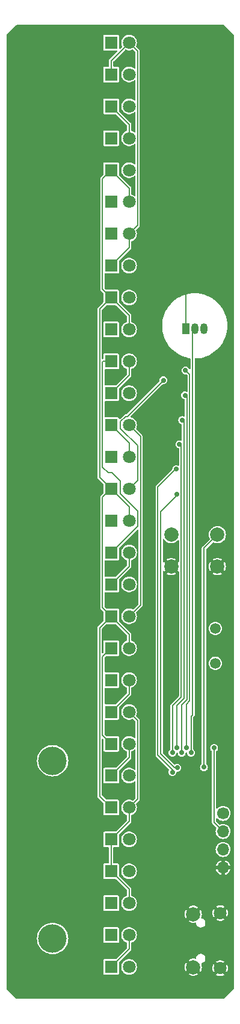
<source format=gbr>
%TF.GenerationSoftware,KiCad,Pcbnew,8.0.7*%
%TF.CreationDate,2025-01-01T13:33:22+01:00*%
%TF.ProjectId,termometer_kombo,7465726d-6f6d-4657-9465-725f6b6f6d62,rev?*%
%TF.SameCoordinates,Original*%
%TF.FileFunction,Copper,L2,Bot*%
%TF.FilePolarity,Positive*%
%FSLAX46Y46*%
G04 Gerber Fmt 4.6, Leading zero omitted, Abs format (unit mm)*
G04 Created by KiCad (PCBNEW 8.0.7) date 2025-01-01 13:33:22*
%MOMM*%
%LPD*%
G01*
G04 APERTURE LIST*
%TA.AperFunction,ComponentPad*%
%ADD10R,1.800000X1.800000*%
%TD*%
%TA.AperFunction,ComponentPad*%
%ADD11C,1.800000*%
%TD*%
%TA.AperFunction,WasherPad*%
%ADD12C,4.000000*%
%TD*%
%TA.AperFunction,ComponentPad*%
%ADD13C,1.700000*%
%TD*%
%TA.AperFunction,ComponentPad*%
%ADD14O,1.700000X1.700000*%
%TD*%
%TA.AperFunction,ComponentPad*%
%ADD15C,1.500000*%
%TD*%
%TA.AperFunction,ComponentPad*%
%ADD16C,2.000000*%
%TD*%
%TA.AperFunction,ComponentPad*%
%ADD17R,1.050000X1.500000*%
%TD*%
%TA.AperFunction,ComponentPad*%
%ADD18O,1.050000X1.500000*%
%TD*%
%TA.AperFunction,ViaPad*%
%ADD19C,0.700000*%
%TD*%
%TA.AperFunction,Conductor*%
%ADD20C,0.200000*%
%TD*%
G04 APERTURE END LIST*
D10*
%TO.P,D26,1,K*%
%TO.N,Net-(D11-K)*%
X100230000Y-141068900D03*
D11*
%TO.P,D26,2,A*%
%TO.N,Net-(D10-A)*%
X102770000Y-141068900D03*
%TD*%
D10*
%TO.P,D24,1,K*%
%TO.N,Net-(D1-K)*%
X100230000Y-132103400D03*
D11*
%TO.P,D24,2,A*%
%TO.N,Net-(D13-A)*%
X102770000Y-132103400D03*
%TD*%
D10*
%TO.P,D1,1,K*%
%TO.N,Net-(D1-K)*%
X100230000Y-29000000D03*
D11*
%TO.P,D1,2,A*%
%TO.N,Net-(D1-A)*%
X102770000Y-29000000D03*
%TD*%
D10*
%TO.P,D19,1,K*%
%TO.N,Net-(D10-A)*%
X100230000Y-109689600D03*
D11*
%TO.P,D19,2,A*%
%TO.N,Net-(D13-A)*%
X102770000Y-109689600D03*
%TD*%
D10*
%TO.P,D7,1,K*%
%TO.N,Net-(D11-A)*%
X100230000Y-55896500D03*
D11*
%TO.P,D7,2,A*%
%TO.N,Net-(D1-A)*%
X102770000Y-55896500D03*
%TD*%
D10*
%TO.P,D27,1,K*%
%TO.N,Net-(D11-K)*%
X100230000Y-145551700D03*
D11*
%TO.P,D27,2,A*%
%TO.N,Net-(D13-A)*%
X102770000Y-145551700D03*
%TD*%
D10*
%TO.P,D11,1,K*%
%TO.N,Net-(D11-K)*%
X100230000Y-73827600D03*
D11*
%TO.P,D11,2,A*%
%TO.N,Net-(D11-A)*%
X102770000Y-73827600D03*
%TD*%
D10*
%TO.P,D2,1,K*%
%TO.N,Net-(D1-A)*%
X100230000Y-33482800D03*
D11*
%TO.P,D2,2,A*%
%TO.N,Net-(D1-K)*%
X102770000Y-33482800D03*
%TD*%
D10*
%TO.P,D3,1,K*%
%TO.N,Net-(D11-A)*%
X100230000Y-37965500D03*
D11*
%TO.P,D3,2,A*%
%TO.N,Net-(D1-K)*%
X102770000Y-37965500D03*
%TD*%
D10*
%TO.P,D10,1,K*%
%TO.N,Net-(D1-K)*%
X100230000Y-69344800D03*
D11*
%TO.P,D10,2,A*%
%TO.N,Net-(D10-A)*%
X102770000Y-69344800D03*
%TD*%
D10*
%TO.P,D30,1,K*%
%TO.N,Net-(D1-A)*%
X100230000Y-159000000D03*
D11*
%TO.P,D30,2,A*%
%TO.N,Net-(D13-A)*%
X102770000Y-159000000D03*
%TD*%
D10*
%TO.P,D20,1,K*%
%TO.N,Net-(D13-A)*%
X100230000Y-114172400D03*
D11*
%TO.P,D20,2,A*%
%TO.N,Net-(D10-A)*%
X102770000Y-114172400D03*
%TD*%
D12*
%TO.P,REF2,*%
%TO.N,*%
X92000000Y-155000000D03*
%TD*%
D10*
%TO.P,D14,1,K*%
%TO.N,Net-(D13-A)*%
X100230000Y-87275900D03*
D11*
%TO.P,D14,2,A*%
%TO.N,Net-(D11-A)*%
X102770000Y-87275900D03*
%TD*%
D10*
%TO.P,D16,1,K*%
%TO.N,Net-(D1-A)*%
X100230000Y-96241400D03*
D11*
%TO.P,D16,2,A*%
%TO.N,Net-(D10-A)*%
X102770000Y-96241400D03*
%TD*%
D10*
%TO.P,D15,1,K*%
%TO.N,Net-(D10-A)*%
X100230000Y-91758600D03*
D11*
%TO.P,D15,2,A*%
%TO.N,Net-(D1-A)*%
X102770000Y-91758600D03*
%TD*%
D10*
%TO.P,D9,1,K*%
%TO.N,Net-(D10-A)*%
X100230000Y-64862100D03*
D11*
%TO.P,D9,2,A*%
%TO.N,Net-(D1-K)*%
X102770000Y-64862100D03*
%TD*%
D13*
%TO.P,J2,1,Pin_1*%
%TO.N,+3.3V*%
X116000000Y-137400000D03*
D14*
%TO.P,J2,2,Pin_2*%
%TO.N,B*%
X116000000Y-139940000D03*
%TO.P,J2,3,Pin_3*%
%TO.N,RST*%
X116000000Y-142480000D03*
%TO.P,J2,4,Pin_4*%
%TO.N,GND*%
X116000000Y-145020000D03*
%TD*%
D10*
%TO.P,D5,1,K*%
%TO.N,Net-(D10-A)*%
X100230000Y-46931000D03*
D11*
%TO.P,D5,2,A*%
%TO.N,Net-(D11-A)*%
X102770000Y-46931000D03*
%TD*%
D10*
%TO.P,D4,1,K*%
%TO.N,Net-(D1-K)*%
X100230000Y-42448300D03*
D11*
%TO.P,D4,2,A*%
%TO.N,Net-(D11-A)*%
X102770000Y-42448300D03*
%TD*%
D10*
%TO.P,D13,1,K*%
%TO.N,Net-(D11-A)*%
X100230000Y-82793100D03*
D11*
%TO.P,D13,2,A*%
%TO.N,Net-(D13-A)*%
X102770000Y-82793100D03*
%TD*%
D10*
%TO.P,D6,1,K*%
%TO.N,Net-(D11-A)*%
X100230000Y-51413800D03*
D11*
%TO.P,D6,2,A*%
%TO.N,Net-(D10-A)*%
X102770000Y-51413800D03*
%TD*%
D10*
%TO.P,D23,1,K*%
%TO.N,Net-(D13-A)*%
X100230000Y-127620700D03*
D11*
%TO.P,D23,2,A*%
%TO.N,Net-(D1-K)*%
X102770000Y-127620700D03*
%TD*%
D15*
%TO.P,Y1,1,1*%
%TO.N,Net-(C2-Pad2)*%
X114900000Y-111400000D03*
%TO.P,Y1,2,2*%
%TO.N,Net-(U1-PF0)*%
X114900000Y-116300000D03*
%TD*%
D10*
%TO.P,D18,1,K*%
%TO.N,Net-(D1-K)*%
X100230000Y-105206900D03*
D11*
%TO.P,D18,2,A*%
%TO.N,Net-(D11-K)*%
X102770000Y-105206900D03*
%TD*%
D10*
%TO.P,D29,1,K*%
%TO.N,Net-(D13-A)*%
X100230000Y-154517200D03*
D11*
%TO.P,D29,2,A*%
%TO.N,Net-(D1-A)*%
X102770000Y-154517200D03*
%TD*%
D10*
%TO.P,D22,1,K*%
%TO.N,Net-(D1-A)*%
X100230000Y-123137900D03*
D11*
%TO.P,D22,2,A*%
%TO.N,Net-(D11-K)*%
X102770000Y-123137900D03*
%TD*%
D10*
%TO.P,D21,1,K*%
%TO.N,Net-(D11-K)*%
X100230000Y-118655200D03*
D11*
%TO.P,D21,2,A*%
%TO.N,Net-(D1-A)*%
X102770000Y-118655200D03*
%TD*%
D16*
%TO.P,SW1,1,A*%
%TO.N,GND*%
X115200000Y-102700000D03*
X108700000Y-102700000D03*
%TO.P,SW1,3,B*%
%TO.N,IO13*%
X115200000Y-98200000D03*
X108700000Y-98200000D03*
%TD*%
D17*
%TO.P,U3,1,GND*%
%TO.N,GND*%
X110730000Y-69200000D03*
D18*
%TO.P,U3,2,DQ*%
%TO.N,IO0*%
X112000000Y-69200000D03*
%TO.P,U3,3,V_{DD}*%
%TO.N,+3.3V*%
X113270000Y-69200000D03*
%TD*%
D10*
%TO.P,D28,1,K*%
%TO.N,Net-(D13-A)*%
X100230000Y-150034500D03*
D11*
%TO.P,D28,2,A*%
%TO.N,Net-(D11-K)*%
X102770000Y-150034500D03*
%TD*%
D12*
%TO.P,REF2,*%
%TO.N,*%
X92000000Y-130000000D03*
%TD*%
D11*
%TO.P,J1,6,Shield*%
%TO.N,GND*%
X115600000Y-159180000D03*
D16*
X111800000Y-159030000D03*
X111800000Y-151580000D03*
D11*
X115600000Y-151430000D03*
%TD*%
D10*
%TO.P,D8,1,K*%
%TO.N,Net-(D1-A)*%
X100230000Y-60379300D03*
D11*
%TO.P,D8,2,A*%
%TO.N,Net-(D11-A)*%
X102770000Y-60379300D03*
%TD*%
D10*
%TO.P,D17,1,K*%
%TO.N,Net-(D11-K)*%
X100230000Y-100724100D03*
D11*
%TO.P,D17,2,A*%
%TO.N,Net-(D1-K)*%
X102770000Y-100724100D03*
%TD*%
D10*
%TO.P,D12,1,K*%
%TO.N,Net-(D11-A)*%
X100230000Y-78310300D03*
D11*
%TO.P,D12,2,A*%
%TO.N,Net-(D11-K)*%
X102770000Y-78310300D03*
%TD*%
D10*
%TO.P,D25,1,K*%
%TO.N,Net-(D10-A)*%
X100230000Y-136586200D03*
D11*
%TO.P,D25,2,A*%
%TO.N,Net-(D11-K)*%
X102770000Y-136586200D03*
%TD*%
D19*
%TO.N,GND*%
X109931250Y-143368750D03*
X111475000Y-131500000D03*
X109900000Y-136300000D03*
X112275000Y-123900000D03*
X112540380Y-115959620D03*
X112600000Y-112500000D03*
X116200000Y-123087500D03*
%TO.N,Net-(D1-A)*%
X107600000Y-76500000D03*
%TO.N,IO6*%
X109536325Y-130989546D03*
X109450000Y-92500000D03*
%TO.N,IO5*%
X109400000Y-89000000D03*
X108875000Y-131600000D03*
%TO.N,IO4*%
X108875750Y-128880236D03*
X109850000Y-85500000D03*
%TO.N,IO1*%
X110700000Y-75100000D03*
X110825000Y-128200000D03*
%TO.N,IO2*%
X110650000Y-78600000D03*
X110175000Y-128880236D03*
%TO.N,IO3*%
X110250000Y-82100000D03*
X109525000Y-128200000D03*
%TO.N,IO0*%
X111480566Y-128880236D03*
%TO.N,B*%
X114725000Y-128200000D03*
%TO.N,IO13*%
X113300000Y-130900000D03*
%TD*%
D20*
%TO.N,GND*%
X110730000Y-69200000D02*
X110730000Y-64230000D01*
%TO.N,Net-(D1-A)*%
X102770000Y-91758600D02*
X103970000Y-90558600D01*
X103970000Y-85690157D02*
X101570000Y-83290157D01*
X100230000Y-31540000D02*
X102770000Y-29000000D01*
X100230000Y-33482800D02*
X100230000Y-31540000D01*
X101570000Y-82296043D02*
X102272943Y-81593100D01*
X100230000Y-60379300D02*
X102770000Y-57839300D01*
X102272943Y-81593100D02*
X102506900Y-81593100D01*
X100230000Y-123137900D02*
X102770000Y-120597900D01*
X102770000Y-55896500D02*
X103970000Y-54696500D01*
X100230000Y-159000000D02*
X102770000Y-156460000D01*
X102770000Y-57839300D02*
X102770000Y-55896500D01*
X101570000Y-83290157D02*
X101570000Y-82296043D01*
X102506900Y-81593100D02*
X107600000Y-76500000D01*
X103970000Y-30200000D02*
X102770000Y-29000000D01*
X103970000Y-90558600D02*
X103970000Y-85690157D01*
X102770000Y-156460000D02*
X102770000Y-154517200D01*
X103970000Y-54696500D02*
X103970000Y-30200000D01*
X102770000Y-120597900D02*
X102770000Y-118655200D01*
%TO.N,Net-(D10-A)*%
X100230000Y-46931000D02*
X99000000Y-48161000D01*
X100230000Y-109689600D02*
X102770000Y-112229600D01*
X102770000Y-96241400D02*
X102770000Y-94298600D01*
X98630000Y-66462100D02*
X100230000Y-64862100D01*
X99000000Y-108459600D02*
X100230000Y-109689600D01*
X98630000Y-111289600D02*
X100230000Y-109689600D01*
X102770000Y-49471000D02*
X100230000Y-46931000D01*
X99000000Y-48161000D02*
X99000000Y-63632100D01*
X100230000Y-136586200D02*
X98630000Y-134986200D01*
X99000000Y-63632100D02*
X100230000Y-64862100D01*
X98630000Y-90158600D02*
X98630000Y-66462100D01*
X100230000Y-91758600D02*
X99000000Y-92988600D01*
X98630000Y-134986200D02*
X98630000Y-111289600D01*
X102770000Y-94298600D02*
X100230000Y-91758600D01*
X102770000Y-67402100D02*
X102770000Y-69344800D01*
X102770000Y-51413800D02*
X102770000Y-49471000D01*
X102770000Y-112229600D02*
X102770000Y-114172400D01*
X99000000Y-92988600D02*
X99000000Y-108459600D01*
X100230000Y-64862100D02*
X102770000Y-67402100D01*
X100230000Y-91758600D02*
X98630000Y-90158600D01*
%TO.N,IO6*%
X109150000Y-130950000D02*
X109496779Y-130950000D01*
X107200000Y-129000000D02*
X109150000Y-130950000D01*
X109450000Y-92700000D02*
X107200000Y-94950000D01*
X107200000Y-94950000D02*
X107200000Y-129000000D01*
X109496779Y-130950000D02*
X109536325Y-130989546D01*
X109450000Y-92500000D02*
X109450000Y-92700000D01*
%TO.N,IO5*%
X106800000Y-129200000D02*
X108875000Y-131275000D01*
X108875000Y-131275000D02*
X108875000Y-131600000D01*
X109300000Y-89000000D02*
X106800000Y-91500000D01*
X106800000Y-91500000D02*
X106800000Y-129200000D01*
X109400000Y-89000000D02*
X109300000Y-89000000D01*
%TO.N,IO4*%
X110100000Y-121034314D02*
X110100000Y-85750000D01*
X108875750Y-128823280D02*
X108875000Y-128822530D01*
X110100000Y-85750000D02*
X109850000Y-85500000D01*
X108875000Y-122259314D02*
X110100000Y-121034314D01*
X108875000Y-128822530D02*
X108875000Y-122259314D01*
%TO.N,IO1*%
X110825000Y-122040075D02*
X111300000Y-121565075D01*
X111300000Y-121565075D02*
X111300000Y-75700000D01*
X110825000Y-128200000D02*
X110825000Y-122040075D01*
X111300000Y-75700000D02*
X110700000Y-75100000D01*
%TO.N,IO2*%
X110175000Y-128886346D02*
X110175000Y-122125000D01*
X110900000Y-78850000D02*
X110650000Y-78600000D01*
X110175000Y-122125000D02*
X110900000Y-121400000D01*
X110900000Y-121400000D02*
X110900000Y-78850000D01*
%TO.N,IO3*%
X110500000Y-121234314D02*
X110500000Y-82350000D01*
X109525000Y-128200000D02*
X109525000Y-122209314D01*
X109525000Y-122209314D02*
X110500000Y-121234314D01*
X110500000Y-82350000D02*
X110250000Y-82100000D01*
%TO.N,IO0*%
X111700000Y-69500000D02*
X112000000Y-69200000D01*
X111480566Y-128880236D02*
X111480566Y-123775195D01*
X111480566Y-123775195D02*
X111700000Y-123555761D01*
X111700000Y-123555761D02*
X111700000Y-69500000D01*
%TO.N,Net-(D1-K)*%
X102770000Y-129563400D02*
X102770000Y-127620700D01*
X102770000Y-100724100D02*
X102770000Y-102666900D01*
X100230000Y-132103400D02*
X102770000Y-129563400D01*
X102770000Y-102666900D02*
X100230000Y-105206900D01*
%TO.N,Net-(D11-A)*%
X100230000Y-78310300D02*
X102770000Y-75770300D01*
X102770000Y-75770300D02*
X102770000Y-73827600D01*
X102770000Y-42448300D02*
X102770000Y-40505500D01*
X102770000Y-85333100D02*
X100230000Y-82793100D01*
X102770000Y-87275900D02*
X102770000Y-85333100D01*
X102770000Y-40505500D02*
X100230000Y-37965500D01*
%TO.N,Net-(D11-K)*%
X103970000Y-96984100D02*
X100230000Y-100724100D01*
X102770000Y-148091700D02*
X100230000Y-145551700D01*
X101570000Y-90698600D02*
X101570000Y-92470000D01*
X102770000Y-138528900D02*
X102770000Y-136586200D01*
X100371400Y-89500000D02*
X101570000Y-90698600D01*
X99030000Y-73927600D02*
X99030000Y-88730000D01*
X100230000Y-145551700D02*
X100230000Y-141068900D01*
X103970000Y-135386200D02*
X102770000Y-136586200D01*
X102770000Y-150034500D02*
X102770000Y-148091700D01*
X100230000Y-73827600D02*
X99130000Y-73827600D01*
X101570000Y-92470000D02*
X103970000Y-94870000D01*
X103970000Y-94870000D02*
X103970000Y-96984100D01*
X99030000Y-88730000D02*
X99800000Y-89500000D01*
X100230000Y-141068900D02*
X102770000Y-138528900D01*
X99130000Y-73827600D02*
X99030000Y-73927600D01*
X103970000Y-124337900D02*
X103970000Y-135386200D01*
X102770000Y-123137900D02*
X103970000Y-124337900D01*
X99800000Y-89500000D02*
X100371400Y-89500000D01*
%TO.N,Net-(D13-A)*%
X104370000Y-108089600D02*
X102770000Y-109689600D01*
X99030000Y-115372400D02*
X99030000Y-126420700D01*
X100230000Y-114172400D02*
X99030000Y-115372400D01*
X99030000Y-126420700D02*
X100230000Y-127620700D01*
X102770000Y-82793100D02*
X104370000Y-84393100D01*
X104370000Y-84393100D02*
X104370000Y-108089600D01*
%TO.N,B*%
X114725000Y-128200000D02*
X114725000Y-138665000D01*
X114725000Y-138665000D02*
X116000000Y-139940000D01*
%TO.N,IO13*%
X113300000Y-100100000D02*
X115200000Y-98200000D01*
X113300000Y-130900000D02*
X113300000Y-100100000D01*
%TD*%
%TA.AperFunction,Conductor*%
%TO.N,GND*%
G36*
X107678502Y-98839403D02*
G01*
X107809019Y-99012236D01*
X107973438Y-99162124D01*
X108162599Y-99279247D01*
X108370060Y-99359618D01*
X108588757Y-99400500D01*
X108811243Y-99400500D01*
X109029940Y-99359618D01*
X109237401Y-99279247D01*
X109426562Y-99162124D01*
X109590981Y-99012236D01*
X109621498Y-98971824D01*
X109671652Y-98936783D01*
X109732827Y-98937914D01*
X109781654Y-98974786D01*
X109799500Y-99031487D01*
X109799500Y-101944872D01*
X109780593Y-102003063D01*
X109731093Y-102039027D01*
X109712201Y-102041351D01*
X109223787Y-102529764D01*
X109212518Y-102487708D01*
X109140110Y-102362292D01*
X109037708Y-102259890D01*
X108912292Y-102187482D01*
X108870232Y-102176211D01*
X109353326Y-101693118D01*
X109237186Y-101621206D01*
X109237180Y-101621203D01*
X109029799Y-101540863D01*
X108811196Y-101500000D01*
X108588804Y-101500000D01*
X108370200Y-101540863D01*
X108162821Y-101621202D01*
X108162816Y-101621205D01*
X108046672Y-101693118D01*
X108529766Y-102176212D01*
X108487708Y-102187482D01*
X108362292Y-102259890D01*
X108259890Y-102362292D01*
X108187482Y-102487708D01*
X108176212Y-102529766D01*
X107691137Y-102044691D01*
X107678505Y-102061420D01*
X107628350Y-102096464D01*
X107567175Y-102095335D01*
X107518347Y-102058463D01*
X107500500Y-102001761D01*
X107500500Y-98899066D01*
X107519407Y-98840875D01*
X107568907Y-98804911D01*
X107630093Y-98804911D01*
X107678502Y-98839403D01*
G37*
%TD.AperFunction*%
%TA.AperFunction,Conductor*%
G36*
X116109869Y-26519407D02*
G01*
X116121682Y-26529496D01*
X117470504Y-27878318D01*
X117498281Y-27932835D01*
X117499500Y-27948322D01*
X117499500Y-162051678D01*
X117480593Y-162109869D01*
X117470504Y-162121682D01*
X116121682Y-163470504D01*
X116067165Y-163498281D01*
X116051678Y-163499500D01*
X86948322Y-163499500D01*
X86890131Y-163480593D01*
X86878318Y-163470504D01*
X85529496Y-162121682D01*
X85501719Y-162067165D01*
X85500500Y-162051678D01*
X85500500Y-158080253D01*
X99129500Y-158080253D01*
X99129500Y-159919746D01*
X99129501Y-159919758D01*
X99141132Y-159978227D01*
X99141134Y-159978233D01*
X99185445Y-160044548D01*
X99185448Y-160044552D01*
X99251769Y-160088867D01*
X99296231Y-160097711D01*
X99310241Y-160100498D01*
X99310246Y-160100498D01*
X99310252Y-160100500D01*
X99310253Y-160100500D01*
X101149747Y-160100500D01*
X101149748Y-160100500D01*
X101208231Y-160088867D01*
X101274552Y-160044552D01*
X101318867Y-159978231D01*
X101330500Y-159919748D01*
X101330500Y-159000000D01*
X101664785Y-159000000D01*
X101683603Y-159203083D01*
X101739418Y-159399250D01*
X101830327Y-159581821D01*
X101953236Y-159744579D01*
X102103959Y-159881981D01*
X102277363Y-159989348D01*
X102467544Y-160063024D01*
X102668024Y-160100500D01*
X102871976Y-160100500D01*
X103072456Y-160063024D01*
X103262637Y-159989348D01*
X103436041Y-159881981D01*
X103586764Y-159744579D01*
X103709673Y-159581821D01*
X103800582Y-159399250D01*
X103856397Y-159203083D01*
X103872435Y-159030000D01*
X110594859Y-159030000D01*
X110615379Y-159251445D01*
X110676239Y-159465347D01*
X110775364Y-159664417D01*
X110775369Y-159664426D01*
X110791138Y-159685306D01*
X111160689Y-159315754D01*
X111179668Y-159361574D01*
X111256274Y-159476224D01*
X111353776Y-159573726D01*
X111468426Y-159650332D01*
X111514242Y-159669309D01*
X111146672Y-160036880D01*
X111262813Y-160108793D01*
X111262819Y-160108796D01*
X111470200Y-160189136D01*
X111688804Y-160230000D01*
X111911196Y-160230000D01*
X112129799Y-160189136D01*
X112337180Y-160108796D01*
X112337181Y-160108796D01*
X112453326Y-160036880D01*
X112085756Y-159669310D01*
X112131574Y-159650332D01*
X112246224Y-159573726D01*
X112343726Y-159476224D01*
X112420332Y-159361574D01*
X112439310Y-159315756D01*
X112808861Y-159685307D01*
X112824629Y-159664428D01*
X112824635Y-159664418D01*
X112923760Y-159465347D01*
X112984620Y-159251445D01*
X112991240Y-159180000D01*
X114495287Y-159180000D01*
X114514097Y-159382989D01*
X114569887Y-159579070D01*
X114660751Y-159761551D01*
X114662532Y-159763911D01*
X115035386Y-159391056D01*
X115040889Y-159411591D01*
X115119881Y-159548408D01*
X115231592Y-159660119D01*
X115368409Y-159739111D01*
X115388940Y-159744612D01*
X115019312Y-160114241D01*
X115107581Y-160168895D01*
X115107586Y-160168898D01*
X115297683Y-160242541D01*
X115498070Y-160280000D01*
X115701930Y-160280000D01*
X115902316Y-160242541D01*
X116092415Y-160168897D01*
X116092416Y-160168897D01*
X116180686Y-160114241D01*
X115811057Y-159744612D01*
X115831591Y-159739111D01*
X115968408Y-159660119D01*
X116080119Y-159548408D01*
X116159111Y-159411591D01*
X116164612Y-159391057D01*
X116537466Y-159763911D01*
X116539245Y-159761556D01*
X116539249Y-159761549D01*
X116630112Y-159579070D01*
X116685902Y-159382989D01*
X116704712Y-159180000D01*
X116685902Y-158977010D01*
X116630112Y-158780929D01*
X116539249Y-158598450D01*
X116539244Y-158598441D01*
X116537466Y-158596087D01*
X116164612Y-158968940D01*
X116159111Y-158948409D01*
X116080119Y-158811592D01*
X115968408Y-158699881D01*
X115831591Y-158620889D01*
X115811056Y-158615386D01*
X116180686Y-158245757D01*
X116092418Y-158191104D01*
X116092413Y-158191101D01*
X115902316Y-158117458D01*
X115701930Y-158080000D01*
X115498070Y-158080000D01*
X115297683Y-158117458D01*
X115107586Y-158191101D01*
X115107584Y-158191102D01*
X115019312Y-158245757D01*
X115388942Y-158615387D01*
X115368409Y-158620889D01*
X115231592Y-158699881D01*
X115119881Y-158811592D01*
X115040889Y-158948409D01*
X115035387Y-158968941D01*
X114662533Y-158596087D01*
X114660753Y-158598445D01*
X114660750Y-158598449D01*
X114569887Y-158780929D01*
X114514097Y-158977010D01*
X114495287Y-159180000D01*
X112991240Y-159180000D01*
X113005140Y-159030000D01*
X112984620Y-158808554D01*
X112923760Y-158594652D01*
X112917581Y-158582243D01*
X112908567Y-158521726D01*
X112936846Y-158467467D01*
X112986886Y-158441015D01*
X113039744Y-158430501D01*
X113158127Y-158381465D01*
X113264669Y-158310276D01*
X113355276Y-158219669D01*
X113426465Y-158113127D01*
X113475501Y-157994744D01*
X113500500Y-157869069D01*
X113500500Y-157740931D01*
X113475501Y-157615256D01*
X113426465Y-157496873D01*
X113426463Y-157496870D01*
X113426461Y-157496866D01*
X113397717Y-157453848D01*
X113355276Y-157390331D01*
X113264669Y-157299724D01*
X113222226Y-157271365D01*
X113158133Y-157228538D01*
X113158125Y-157228534D01*
X113039747Y-157179500D01*
X113039745Y-157179499D01*
X113039744Y-157179499D01*
X112914069Y-157154500D01*
X112785931Y-157154500D01*
X112785930Y-157154500D01*
X112723093Y-157166999D01*
X112660256Y-157179499D01*
X112660255Y-157179499D01*
X112660252Y-157179500D01*
X112541874Y-157228534D01*
X112541866Y-157228538D01*
X112435331Y-157299724D01*
X112435327Y-157299727D01*
X112344727Y-157390327D01*
X112344724Y-157390331D01*
X112273538Y-157496866D01*
X112273534Y-157496874D01*
X112224500Y-157615252D01*
X112224499Y-157615257D01*
X112199500Y-157740930D01*
X112199500Y-157764672D01*
X112180593Y-157822863D01*
X112131093Y-157858827D01*
X112082309Y-157861986D01*
X111911196Y-157830000D01*
X111688804Y-157830000D01*
X111470200Y-157870863D01*
X111262821Y-157951202D01*
X111262816Y-157951205D01*
X111146672Y-158023118D01*
X111514243Y-158390689D01*
X111468426Y-158409668D01*
X111353776Y-158486274D01*
X111256274Y-158583776D01*
X111179668Y-158698426D01*
X111160689Y-158744243D01*
X110791137Y-158374691D01*
X110775368Y-158395574D01*
X110676239Y-158594652D01*
X110615379Y-158808554D01*
X110594859Y-159030000D01*
X103872435Y-159030000D01*
X103875215Y-159000000D01*
X103856397Y-158796917D01*
X103800582Y-158600750D01*
X103709673Y-158418179D01*
X103586764Y-158255421D01*
X103436041Y-158118019D01*
X103262637Y-158010652D01*
X103072456Y-157936976D01*
X103072455Y-157936975D01*
X103072453Y-157936975D01*
X102871976Y-157899500D01*
X102668024Y-157899500D01*
X102467546Y-157936975D01*
X102419862Y-157955448D01*
X102277363Y-158010652D01*
X102111863Y-158113125D01*
X102103959Y-158118019D01*
X101953237Y-158255420D01*
X101830328Y-158418177D01*
X101830323Y-158418186D01*
X101740563Y-158598450D01*
X101739418Y-158600750D01*
X101683603Y-158796917D01*
X101664785Y-159000000D01*
X101330500Y-159000000D01*
X101330500Y-158365478D01*
X101349407Y-158307287D01*
X101359490Y-158295480D01*
X103010460Y-156644511D01*
X103050021Y-156575989D01*
X103070500Y-156499562D01*
X103070500Y-155648798D01*
X103089407Y-155590607D01*
X103133734Y-155556484D01*
X103262637Y-155506548D01*
X103436041Y-155399181D01*
X103586764Y-155261779D01*
X103709673Y-155099021D01*
X103800582Y-154916450D01*
X103856397Y-154720283D01*
X103875215Y-154517200D01*
X103856397Y-154314117D01*
X103800582Y-154117950D01*
X103709673Y-153935379D01*
X103586764Y-153772621D01*
X103436041Y-153635219D01*
X103262637Y-153527852D01*
X103072456Y-153454176D01*
X103072455Y-153454175D01*
X103072453Y-153454175D01*
X102871976Y-153416700D01*
X102668024Y-153416700D01*
X102467546Y-153454175D01*
X102419862Y-153472648D01*
X102277363Y-153527852D01*
X102103959Y-153635219D01*
X101953237Y-153772620D01*
X101830328Y-153935377D01*
X101830323Y-153935386D01*
X101739419Y-154117947D01*
X101739418Y-154117950D01*
X101683603Y-154314117D01*
X101664785Y-154517200D01*
X101683603Y-154720283D01*
X101739418Y-154916450D01*
X101830327Y-155099021D01*
X101953236Y-155261779D01*
X102103959Y-155399181D01*
X102277363Y-155506548D01*
X102406264Y-155556484D01*
X102453694Y-155595134D01*
X102469500Y-155648798D01*
X102469500Y-156294521D01*
X102450593Y-156352712D01*
X102440504Y-156364525D01*
X100934525Y-157870504D01*
X100880008Y-157898281D01*
X100864521Y-157899500D01*
X99310252Y-157899500D01*
X99310251Y-157899500D01*
X99310241Y-157899501D01*
X99251772Y-157911132D01*
X99251766Y-157911134D01*
X99185451Y-157955445D01*
X99185445Y-157955451D01*
X99141134Y-158021766D01*
X99141132Y-158021772D01*
X99129501Y-158080241D01*
X99129500Y-158080253D01*
X85500500Y-158080253D01*
X85500500Y-154999999D01*
X89794778Y-154999999D01*
X89794778Y-155000000D01*
X89813643Y-155287836D01*
X89869920Y-155570759D01*
X89962640Y-155843900D01*
X89962645Y-155843911D01*
X90090222Y-156102611D01*
X90250477Y-156342450D01*
X90250487Y-156342463D01*
X90388260Y-156499562D01*
X90440673Y-156559327D01*
X90440681Y-156559334D01*
X90440682Y-156559335D01*
X90657536Y-156749512D01*
X90657543Y-156749517D01*
X90657546Y-156749520D01*
X90897389Y-156909778D01*
X91156098Y-157037359D01*
X91285659Y-157081339D01*
X91429240Y-157130079D01*
X91429242Y-157130079D01*
X91429247Y-157130081D01*
X91712161Y-157186356D01*
X92000000Y-157205222D01*
X92287839Y-157186356D01*
X92570753Y-157130081D01*
X92843902Y-157037359D01*
X93102611Y-156909778D01*
X93342454Y-156749520D01*
X93559327Y-156559327D01*
X93749520Y-156342454D01*
X93909778Y-156102611D01*
X94037359Y-155843902D01*
X94130081Y-155570753D01*
X94186356Y-155287839D01*
X94205222Y-155000000D01*
X94186356Y-154712161D01*
X94130081Y-154429247D01*
X94090999Y-154314117D01*
X94037359Y-154156099D01*
X94037354Y-154156088D01*
X93909778Y-153897389D01*
X93749520Y-153657546D01*
X93749517Y-153657543D01*
X93749512Y-153657536D01*
X93696820Y-153597453D01*
X99129500Y-153597453D01*
X99129500Y-155436946D01*
X99129501Y-155436958D01*
X99141132Y-155495427D01*
X99141134Y-155495433D01*
X99148561Y-155506548D01*
X99185448Y-155561752D01*
X99251769Y-155606067D01*
X99296231Y-155614911D01*
X99310241Y-155617698D01*
X99310246Y-155617698D01*
X99310252Y-155617700D01*
X99310253Y-155617700D01*
X101149747Y-155617700D01*
X101149748Y-155617700D01*
X101208231Y-155606067D01*
X101274552Y-155561752D01*
X101318867Y-155495431D01*
X101330500Y-155436948D01*
X101330500Y-153597452D01*
X101318867Y-153538969D01*
X101274552Y-153472648D01*
X101248889Y-153455500D01*
X101208233Y-153428334D01*
X101208231Y-153428333D01*
X101208228Y-153428332D01*
X101208227Y-153428332D01*
X101149758Y-153416701D01*
X101149748Y-153416700D01*
X99310252Y-153416700D01*
X99310251Y-153416700D01*
X99310241Y-153416701D01*
X99251772Y-153428332D01*
X99251766Y-153428334D01*
X99185451Y-153472645D01*
X99185445Y-153472651D01*
X99141134Y-153538966D01*
X99141132Y-153538972D01*
X99129501Y-153597441D01*
X99129500Y-153597453D01*
X93696820Y-153597453D01*
X93559335Y-153440682D01*
X93559334Y-153440681D01*
X93559327Y-153440673D01*
X93545255Y-153428332D01*
X93342463Y-153250487D01*
X93342450Y-153250477D01*
X93102611Y-153090222D01*
X92843911Y-152962645D01*
X92843900Y-152962640D01*
X92570759Y-152869920D01*
X92287836Y-152813643D01*
X92000000Y-152794778D01*
X91712163Y-152813643D01*
X91429240Y-152869920D01*
X91156099Y-152962640D01*
X91156088Y-152962645D01*
X90897388Y-153090222D01*
X90657549Y-153250477D01*
X90657536Y-153250487D01*
X90440682Y-153440664D01*
X90440664Y-153440682D01*
X90250487Y-153657536D01*
X90250477Y-153657549D01*
X90090222Y-153897388D01*
X89962645Y-154156088D01*
X89962640Y-154156099D01*
X89869920Y-154429240D01*
X89813643Y-154712163D01*
X89794778Y-154999999D01*
X85500500Y-154999999D01*
X85500500Y-151580000D01*
X110594859Y-151580000D01*
X110615379Y-151801445D01*
X110676239Y-152015347D01*
X110775364Y-152214417D01*
X110775369Y-152214426D01*
X110791138Y-152235306D01*
X111160689Y-151865754D01*
X111179668Y-151911574D01*
X111256274Y-152026224D01*
X111353776Y-152123726D01*
X111468426Y-152200332D01*
X111514242Y-152219309D01*
X111146671Y-152586880D01*
X111262813Y-152658793D01*
X111262819Y-152658796D01*
X111470200Y-152739136D01*
X111688804Y-152780000D01*
X111911196Y-152780000D01*
X112082309Y-152748013D01*
X112142983Y-152755905D01*
X112187430Y-152797954D01*
X112199500Y-152845327D01*
X112199500Y-152869069D01*
X112224499Y-152994742D01*
X112224500Y-152994747D01*
X112273534Y-153113125D01*
X112273538Y-153113133D01*
X112316365Y-153177226D01*
X112344724Y-153219669D01*
X112435331Y-153310276D01*
X112498848Y-153352717D01*
X112541866Y-153381461D01*
X112541870Y-153381463D01*
X112541873Y-153381465D01*
X112660256Y-153430501D01*
X112785931Y-153455500D01*
X112785932Y-153455500D01*
X112914068Y-153455500D01*
X112914069Y-153455500D01*
X113039744Y-153430501D01*
X113158127Y-153381465D01*
X113264669Y-153310276D01*
X113355276Y-153219669D01*
X113426465Y-153113127D01*
X113475501Y-152994744D01*
X113500500Y-152869069D01*
X113500500Y-152740931D01*
X113475501Y-152615256D01*
X113426465Y-152496873D01*
X113426463Y-152496870D01*
X113426461Y-152496866D01*
X113397717Y-152453848D01*
X113355276Y-152390331D01*
X113264669Y-152299724D01*
X113194890Y-152253099D01*
X113158133Y-152228538D01*
X113158125Y-152228534D01*
X113039747Y-152179500D01*
X113039734Y-152179496D01*
X112986885Y-152168983D01*
X112933502Y-152139086D01*
X112907887Y-152083520D01*
X112917582Y-152027754D01*
X112923760Y-152015346D01*
X112984620Y-151801445D01*
X113005140Y-151580000D01*
X112991240Y-151430000D01*
X114495287Y-151430000D01*
X114514097Y-151632989D01*
X114569887Y-151829070D01*
X114660751Y-152011551D01*
X114662532Y-152013911D01*
X115035386Y-151641056D01*
X115040889Y-151661591D01*
X115119881Y-151798408D01*
X115231592Y-151910119D01*
X115368409Y-151989111D01*
X115388940Y-151994612D01*
X115019312Y-152364241D01*
X115107581Y-152418895D01*
X115107586Y-152418898D01*
X115297683Y-152492541D01*
X115498070Y-152530000D01*
X115701930Y-152530000D01*
X115902316Y-152492541D01*
X116092415Y-152418897D01*
X116092416Y-152418897D01*
X116180686Y-152364241D01*
X115811057Y-151994612D01*
X115831591Y-151989111D01*
X115968408Y-151910119D01*
X116080119Y-151798408D01*
X116159111Y-151661591D01*
X116164612Y-151641057D01*
X116537466Y-152013911D01*
X116539245Y-152011556D01*
X116539249Y-152011549D01*
X116630112Y-151829070D01*
X116685902Y-151632989D01*
X116704712Y-151430000D01*
X116685902Y-151227010D01*
X116630112Y-151030929D01*
X116539249Y-150848450D01*
X116539244Y-150848441D01*
X116537466Y-150846087D01*
X116164612Y-151218940D01*
X116159111Y-151198409D01*
X116080119Y-151061592D01*
X115968408Y-150949881D01*
X115831591Y-150870889D01*
X115811056Y-150865386D01*
X116180686Y-150495757D01*
X116092418Y-150441104D01*
X116092413Y-150441101D01*
X115902316Y-150367458D01*
X115701930Y-150330000D01*
X115498070Y-150330000D01*
X115297683Y-150367458D01*
X115107586Y-150441101D01*
X115107584Y-150441102D01*
X115019312Y-150495757D01*
X115388942Y-150865387D01*
X115368409Y-150870889D01*
X115231592Y-150949881D01*
X115119881Y-151061592D01*
X115040889Y-151198409D01*
X115035387Y-151218941D01*
X114662533Y-150846087D01*
X114660753Y-150848445D01*
X114660750Y-150848449D01*
X114569887Y-151030929D01*
X114514097Y-151227010D01*
X114495287Y-151430000D01*
X112991240Y-151430000D01*
X112984620Y-151358554D01*
X112923760Y-151144652D01*
X112824633Y-150945578D01*
X112824624Y-150945563D01*
X112808861Y-150924690D01*
X112439309Y-151294242D01*
X112420332Y-151248426D01*
X112343726Y-151133776D01*
X112246224Y-151036274D01*
X112131574Y-150959668D01*
X112085754Y-150940689D01*
X112453326Y-150573118D01*
X112337186Y-150501206D01*
X112337180Y-150501203D01*
X112129799Y-150420863D01*
X111911196Y-150380000D01*
X111688804Y-150380000D01*
X111470200Y-150420863D01*
X111262821Y-150501202D01*
X111262816Y-150501205D01*
X111146672Y-150573118D01*
X111514243Y-150940689D01*
X111468426Y-150959668D01*
X111353776Y-151036274D01*
X111256274Y-151133776D01*
X111179668Y-151248426D01*
X111160689Y-151294243D01*
X110791137Y-150924691D01*
X110775368Y-150945574D01*
X110676239Y-151144652D01*
X110615379Y-151358554D01*
X110594859Y-151580000D01*
X85500500Y-151580000D01*
X85500500Y-149114753D01*
X99129500Y-149114753D01*
X99129500Y-150954246D01*
X99129501Y-150954258D01*
X99141132Y-151012727D01*
X99141134Y-151012733D01*
X99156864Y-151036274D01*
X99185448Y-151079052D01*
X99251769Y-151123367D01*
X99296231Y-151132211D01*
X99310241Y-151134998D01*
X99310246Y-151134998D01*
X99310252Y-151135000D01*
X99310253Y-151135000D01*
X101149747Y-151135000D01*
X101149748Y-151135000D01*
X101208231Y-151123367D01*
X101274552Y-151079052D01*
X101318867Y-151012731D01*
X101330500Y-150954248D01*
X101330500Y-149114752D01*
X101318867Y-149056269D01*
X101274552Y-148989948D01*
X101274548Y-148989945D01*
X101208233Y-148945634D01*
X101208231Y-148945633D01*
X101208228Y-148945632D01*
X101208227Y-148945632D01*
X101149758Y-148934001D01*
X101149748Y-148934000D01*
X99310252Y-148934000D01*
X99310251Y-148934000D01*
X99310241Y-148934001D01*
X99251772Y-148945632D01*
X99251766Y-148945634D01*
X99185451Y-148989945D01*
X99185445Y-148989951D01*
X99141134Y-149056266D01*
X99141132Y-149056272D01*
X99129501Y-149114741D01*
X99129500Y-149114753D01*
X85500500Y-149114753D01*
X85500500Y-129999999D01*
X89794778Y-129999999D01*
X89794778Y-130000000D01*
X89813643Y-130287836D01*
X89869920Y-130570759D01*
X89962640Y-130843900D01*
X89962645Y-130843911D01*
X90090222Y-131102611D01*
X90250477Y-131342450D01*
X90250487Y-131342463D01*
X90428221Y-131545128D01*
X90440673Y-131559327D01*
X90440681Y-131559334D01*
X90440682Y-131559335D01*
X90657536Y-131749512D01*
X90657543Y-131749517D01*
X90657546Y-131749520D01*
X90897389Y-131909778D01*
X91156098Y-132037359D01*
X91284247Y-132080860D01*
X91429240Y-132130079D01*
X91429242Y-132130079D01*
X91429247Y-132130081D01*
X91712161Y-132186356D01*
X92000000Y-132205222D01*
X92287839Y-132186356D01*
X92570753Y-132130081D01*
X92843902Y-132037359D01*
X93102611Y-131909778D01*
X93342454Y-131749520D01*
X93559327Y-131559327D01*
X93749520Y-131342454D01*
X93909778Y-131102611D01*
X94037359Y-130843902D01*
X94130081Y-130570753D01*
X94186356Y-130287839D01*
X94205222Y-130000000D01*
X94186356Y-129712161D01*
X94130081Y-129429247D01*
X94125776Y-129416566D01*
X94076994Y-129272858D01*
X94037359Y-129156098D01*
X93909778Y-128897389D01*
X93749520Y-128657546D01*
X93749517Y-128657543D01*
X93749512Y-128657536D01*
X93559335Y-128440682D01*
X93559334Y-128440681D01*
X93559327Y-128440673D01*
X93532250Y-128416927D01*
X93342463Y-128250487D01*
X93342450Y-128250477D01*
X93102611Y-128090222D01*
X92843911Y-127962645D01*
X92843900Y-127962640D01*
X92570759Y-127869920D01*
X92287836Y-127813643D01*
X92000000Y-127794778D01*
X91712163Y-127813643D01*
X91429240Y-127869920D01*
X91156099Y-127962640D01*
X91156088Y-127962645D01*
X90897388Y-128090222D01*
X90657549Y-128250477D01*
X90657536Y-128250487D01*
X90440682Y-128440664D01*
X90440664Y-128440682D01*
X90250487Y-128657536D01*
X90250477Y-128657549D01*
X90090222Y-128897388D01*
X89962645Y-129156088D01*
X89962640Y-129156099D01*
X89869920Y-129429240D01*
X89813643Y-129712163D01*
X89794778Y-129999999D01*
X85500500Y-129999999D01*
X85500500Y-66422535D01*
X98329500Y-66422535D01*
X98329500Y-90198161D01*
X98349979Y-90274589D01*
X98349979Y-90274591D01*
X98352282Y-90278578D01*
X98352283Y-90278579D01*
X98389540Y-90343111D01*
X99100505Y-91054076D01*
X99128281Y-91108591D01*
X99129500Y-91124078D01*
X99129500Y-92393121D01*
X99110593Y-92451312D01*
X99100504Y-92463125D01*
X98815489Y-92748140D01*
X98815488Y-92748139D01*
X98759539Y-92804089D01*
X98719980Y-92872607D01*
X98719978Y-92872611D01*
X98699500Y-92949035D01*
X98699500Y-92949038D01*
X98699500Y-108499162D01*
X98719979Y-108575589D01*
X98727780Y-108589100D01*
X98759540Y-108644111D01*
X99100505Y-108985076D01*
X99128281Y-109039591D01*
X99129500Y-109055078D01*
X99129500Y-110324121D01*
X99110593Y-110382312D01*
X99100504Y-110394125D01*
X98445489Y-111049140D01*
X98445488Y-111049139D01*
X98389539Y-111105089D01*
X98349980Y-111173607D01*
X98349978Y-111173611D01*
X98329500Y-111250035D01*
X98329500Y-135025761D01*
X98349979Y-135102189D01*
X98349979Y-135102191D01*
X98352282Y-135106178D01*
X98352283Y-135106179D01*
X98389540Y-135170711D01*
X99100505Y-135881676D01*
X99128281Y-135936191D01*
X99129500Y-135951678D01*
X99129500Y-137505946D01*
X99129501Y-137505958D01*
X99141132Y-137564427D01*
X99141134Y-137564433D01*
X99168865Y-137605934D01*
X99185448Y-137630752D01*
X99251769Y-137675067D01*
X99296231Y-137683911D01*
X99310241Y-137686698D01*
X99310246Y-137686698D01*
X99310252Y-137686700D01*
X99310253Y-137686700D01*
X101149747Y-137686700D01*
X101149748Y-137686700D01*
X101208231Y-137675067D01*
X101274552Y-137630752D01*
X101318867Y-137564431D01*
X101330500Y-137505948D01*
X101330500Y-135666452D01*
X101318867Y-135607969D01*
X101274552Y-135541648D01*
X101246957Y-135523209D01*
X101208233Y-135497334D01*
X101208231Y-135497333D01*
X101208228Y-135497332D01*
X101208227Y-135497332D01*
X101149758Y-135485701D01*
X101149748Y-135485700D01*
X101149747Y-135485700D01*
X99595479Y-135485700D01*
X99537288Y-135466793D01*
X99525475Y-135456704D01*
X98959496Y-134890725D01*
X98931719Y-134836208D01*
X98930500Y-134820721D01*
X98930500Y-131183653D01*
X99129500Y-131183653D01*
X99129500Y-133023146D01*
X99129501Y-133023158D01*
X99141132Y-133081627D01*
X99141134Y-133081633D01*
X99148561Y-133092748D01*
X99185448Y-133147952D01*
X99251769Y-133192267D01*
X99296231Y-133201111D01*
X99310241Y-133203898D01*
X99310246Y-133203898D01*
X99310252Y-133203900D01*
X99310253Y-133203900D01*
X101149747Y-133203900D01*
X101149748Y-133203900D01*
X101208231Y-133192267D01*
X101274552Y-133147952D01*
X101318867Y-133081631D01*
X101330500Y-133023148D01*
X101330500Y-131468878D01*
X101349407Y-131410687D01*
X101359490Y-131398880D01*
X103010460Y-129747911D01*
X103031100Y-129712161D01*
X103050021Y-129679389D01*
X103070500Y-129602962D01*
X103070500Y-128752298D01*
X103089407Y-128694107D01*
X103133734Y-128659984D01*
X103262637Y-128610048D01*
X103436041Y-128502681D01*
X103503806Y-128440905D01*
X103559545Y-128415675D01*
X103619470Y-128428027D01*
X103660691Y-128473243D01*
X103669500Y-128514067D01*
X103669500Y-131210032D01*
X103650593Y-131268223D01*
X103601093Y-131304187D01*
X103539907Y-131304187D01*
X103503806Y-131283195D01*
X103436041Y-131221419D01*
X103262637Y-131114052D01*
X103072456Y-131040376D01*
X103072455Y-131040375D01*
X103072453Y-131040375D01*
X102871976Y-131002900D01*
X102668024Y-131002900D01*
X102467546Y-131040375D01*
X102419862Y-131058848D01*
X102277363Y-131114052D01*
X102103959Y-131221419D01*
X101953236Y-131358821D01*
X101935608Y-131382164D01*
X101830328Y-131521577D01*
X101830323Y-131521586D01*
X101791278Y-131600000D01*
X101739418Y-131704150D01*
X101683603Y-131900317D01*
X101664785Y-132103400D01*
X101683603Y-132306483D01*
X101739418Y-132502650D01*
X101830327Y-132685221D01*
X101953236Y-132847979D01*
X102103959Y-132985381D01*
X102277363Y-133092748D01*
X102467544Y-133166424D01*
X102668024Y-133203900D01*
X102871976Y-133203900D01*
X103072456Y-133166424D01*
X103262637Y-133092748D01*
X103436041Y-132985381D01*
X103503806Y-132923605D01*
X103559545Y-132898375D01*
X103619470Y-132910727D01*
X103660691Y-132955943D01*
X103669500Y-132996767D01*
X103669500Y-135220721D01*
X103650593Y-135278912D01*
X103640504Y-135290724D01*
X103359957Y-135571270D01*
X103305442Y-135599047D01*
X103254194Y-135593581D01*
X103072456Y-135523176D01*
X103072455Y-135523175D01*
X103072453Y-135523175D01*
X102871976Y-135485700D01*
X102668024Y-135485700D01*
X102467546Y-135523175D01*
X102419862Y-135541648D01*
X102277363Y-135596852D01*
X102103959Y-135704219D01*
X101953237Y-135841620D01*
X101830328Y-136004377D01*
X101830323Y-136004386D01*
X101739419Y-136186947D01*
X101739418Y-136186950D01*
X101683603Y-136383117D01*
X101664785Y-136586200D01*
X101683603Y-136789283D01*
X101739418Y-136985450D01*
X101830327Y-137168021D01*
X101953236Y-137330779D01*
X102103959Y-137468181D01*
X102277363Y-137575548D01*
X102406264Y-137625484D01*
X102453694Y-137664134D01*
X102469500Y-137717798D01*
X102469500Y-138363421D01*
X102450593Y-138421612D01*
X102440504Y-138433425D01*
X100934525Y-139939404D01*
X100880008Y-139967181D01*
X100864521Y-139968400D01*
X99310252Y-139968400D01*
X99310251Y-139968400D01*
X99310241Y-139968401D01*
X99251772Y-139980032D01*
X99251766Y-139980034D01*
X99185451Y-140024345D01*
X99185445Y-140024351D01*
X99141134Y-140090666D01*
X99141132Y-140090672D01*
X99129501Y-140149141D01*
X99129500Y-140149153D01*
X99129500Y-141988646D01*
X99129501Y-141988658D01*
X99141132Y-142047127D01*
X99141134Y-142047133D01*
X99185445Y-142113448D01*
X99185448Y-142113452D01*
X99251769Y-142157767D01*
X99296231Y-142166611D01*
X99310241Y-142169398D01*
X99310246Y-142169398D01*
X99310252Y-142169400D01*
X99830500Y-142169400D01*
X99888691Y-142188307D01*
X99924655Y-142237807D01*
X99929500Y-142268400D01*
X99929500Y-144352200D01*
X99910593Y-144410391D01*
X99861093Y-144446355D01*
X99830500Y-144451200D01*
X99310252Y-144451200D01*
X99310251Y-144451200D01*
X99310241Y-144451201D01*
X99251772Y-144462832D01*
X99251766Y-144462834D01*
X99185451Y-144507145D01*
X99185445Y-144507151D01*
X99141134Y-144573466D01*
X99141132Y-144573472D01*
X99129501Y-144631941D01*
X99129500Y-144631953D01*
X99129500Y-146471446D01*
X99129501Y-146471458D01*
X99141132Y-146529927D01*
X99141134Y-146529933D01*
X99148561Y-146541048D01*
X99185448Y-146596252D01*
X99251769Y-146640567D01*
X99296231Y-146649411D01*
X99310241Y-146652198D01*
X99310246Y-146652198D01*
X99310252Y-146652200D01*
X100864521Y-146652200D01*
X100922712Y-146671107D01*
X100934525Y-146681196D01*
X102440504Y-148187175D01*
X102468281Y-148241692D01*
X102469500Y-148257179D01*
X102469500Y-148902901D01*
X102450593Y-148961092D01*
X102406263Y-148995216D01*
X102359450Y-149013351D01*
X102277363Y-149045152D01*
X102103959Y-149152519D01*
X101953237Y-149289920D01*
X101830328Y-149452677D01*
X101830323Y-149452686D01*
X101739419Y-149635247D01*
X101739418Y-149635250D01*
X101683603Y-149831417D01*
X101664785Y-150034500D01*
X101683603Y-150237583D01*
X101739418Y-150433750D01*
X101830327Y-150616321D01*
X101953236Y-150779079D01*
X102103959Y-150916481D01*
X102277363Y-151023848D01*
X102467544Y-151097524D01*
X102668024Y-151135000D01*
X102871976Y-151135000D01*
X103072456Y-151097524D01*
X103262637Y-151023848D01*
X103436041Y-150916481D01*
X103586764Y-150779079D01*
X103709673Y-150616321D01*
X103800582Y-150433750D01*
X103856397Y-150237583D01*
X103875215Y-150034500D01*
X103856397Y-149831417D01*
X103800582Y-149635250D01*
X103709673Y-149452679D01*
X103586764Y-149289921D01*
X103436041Y-149152519D01*
X103262637Y-149045152D01*
X103162336Y-149006295D01*
X103133737Y-148995216D01*
X103086306Y-148956564D01*
X103070500Y-148902901D01*
X103070500Y-148052137D01*
X103070499Y-148052135D01*
X103050021Y-147975711D01*
X103050019Y-147975707D01*
X103010460Y-147907189D01*
X102954511Y-147851239D01*
X102954511Y-147851240D01*
X101359496Y-146256225D01*
X101331719Y-146201708D01*
X101330500Y-146186221D01*
X101330500Y-145551700D01*
X101664785Y-145551700D01*
X101683603Y-145754783D01*
X101739418Y-145950950D01*
X101830327Y-146133521D01*
X101953236Y-146296279D01*
X102103959Y-146433681D01*
X102277363Y-146541048D01*
X102467544Y-146614724D01*
X102668024Y-146652200D01*
X102871976Y-146652200D01*
X103072456Y-146614724D01*
X103262637Y-146541048D01*
X103436041Y-146433681D01*
X103586764Y-146296279D01*
X103709673Y-146133521D01*
X103800582Y-145950950D01*
X103856397Y-145754783D01*
X103875215Y-145551700D01*
X103856397Y-145348617D01*
X103800582Y-145152450D01*
X103709673Y-144969879D01*
X103586764Y-144807121D01*
X103546043Y-144769999D01*
X114978588Y-144769999D01*
X114978589Y-144770000D01*
X115566988Y-144770000D01*
X115534075Y-144827007D01*
X115500000Y-144954174D01*
X115500000Y-145085826D01*
X115534075Y-145212993D01*
X115566988Y-145270000D01*
X114978589Y-145270000D01*
X115025232Y-145423762D01*
X115025234Y-145423767D01*
X115122724Y-145606160D01*
X115122731Y-145606170D01*
X115253940Y-145766050D01*
X115253949Y-145766059D01*
X115413829Y-145897268D01*
X115413839Y-145897275D01*
X115596232Y-145994765D01*
X115596237Y-145994767D01*
X115749999Y-146041411D01*
X115750000Y-146041411D01*
X115750000Y-145453012D01*
X115807007Y-145485925D01*
X115934174Y-145520000D01*
X116065826Y-145520000D01*
X116192993Y-145485925D01*
X116250000Y-145453012D01*
X116250000Y-146041411D01*
X116403762Y-145994767D01*
X116403767Y-145994765D01*
X116586160Y-145897275D01*
X116586170Y-145897268D01*
X116746050Y-145766059D01*
X116746059Y-145766050D01*
X116877268Y-145606170D01*
X116877275Y-145606160D01*
X116974765Y-145423767D01*
X116974767Y-145423762D01*
X117021411Y-145270000D01*
X116433012Y-145270000D01*
X116465925Y-145212993D01*
X116500000Y-145085826D01*
X116500000Y-144954174D01*
X116465925Y-144827007D01*
X116433012Y-144770000D01*
X117021411Y-144770000D01*
X117021411Y-144769999D01*
X116974767Y-144616237D01*
X116974765Y-144616232D01*
X116877275Y-144433839D01*
X116877268Y-144433829D01*
X116746059Y-144273949D01*
X116746050Y-144273940D01*
X116586170Y-144142731D01*
X116586160Y-144142724D01*
X116403771Y-144045236D01*
X116403758Y-144045231D01*
X116250000Y-143998588D01*
X116250000Y-144586988D01*
X116192993Y-144554075D01*
X116065826Y-144520000D01*
X115934174Y-144520000D01*
X115807007Y-144554075D01*
X115750000Y-144586988D01*
X115750000Y-143998588D01*
X115596241Y-144045231D01*
X115596228Y-144045236D01*
X115413839Y-144142724D01*
X115413829Y-144142731D01*
X115253949Y-144273940D01*
X115253940Y-144273949D01*
X115122731Y-144433829D01*
X115122724Y-144433839D01*
X115025234Y-144616232D01*
X115025232Y-144616237D01*
X114978588Y-144769999D01*
X103546043Y-144769999D01*
X103436041Y-144669719D01*
X103262637Y-144562352D01*
X103072456Y-144488676D01*
X103072455Y-144488675D01*
X103072453Y-144488675D01*
X102871976Y-144451200D01*
X102668024Y-144451200D01*
X102467546Y-144488675D01*
X102419862Y-144507148D01*
X102277363Y-144562352D01*
X102103959Y-144669719D01*
X101953237Y-144807120D01*
X101830328Y-144969877D01*
X101830323Y-144969886D01*
X101739419Y-145152447D01*
X101739418Y-145152450D01*
X101683603Y-145348617D01*
X101664785Y-145551700D01*
X101330500Y-145551700D01*
X101330500Y-144631953D01*
X101330498Y-144631941D01*
X101327373Y-144616232D01*
X101318867Y-144573469D01*
X101274552Y-144507148D01*
X101274548Y-144507145D01*
X101208233Y-144462834D01*
X101208231Y-144462833D01*
X101208228Y-144462832D01*
X101208227Y-144462832D01*
X101149758Y-144451201D01*
X101149748Y-144451200D01*
X101149747Y-144451200D01*
X100629500Y-144451200D01*
X100571309Y-144432293D01*
X100535345Y-144382793D01*
X100530500Y-144352200D01*
X100530500Y-142479996D01*
X114944417Y-142479996D01*
X114944417Y-142480003D01*
X114964698Y-142685929D01*
X114964699Y-142685934D01*
X115024768Y-142883954D01*
X115122316Y-143066452D01*
X115253585Y-143226404D01*
X115253590Y-143226410D01*
X115253595Y-143226414D01*
X115413547Y-143357683D01*
X115413548Y-143357683D01*
X115413550Y-143357685D01*
X115596046Y-143455232D01*
X115733997Y-143497078D01*
X115794065Y-143515300D01*
X115794070Y-143515301D01*
X115999997Y-143535583D01*
X116000000Y-143535583D01*
X116000003Y-143535583D01*
X116205929Y-143515301D01*
X116205934Y-143515300D01*
X116403954Y-143455232D01*
X116586450Y-143357685D01*
X116746410Y-143226410D01*
X116877685Y-143066450D01*
X116975232Y-142883954D01*
X117035300Y-142685934D01*
X117035301Y-142685929D01*
X117055583Y-142480003D01*
X117055583Y-142479996D01*
X117035301Y-142274070D01*
X117035300Y-142274065D01*
X117015929Y-142210209D01*
X116975232Y-142076046D01*
X116877685Y-141893550D01*
X116746410Y-141733590D01*
X116746404Y-141733585D01*
X116586452Y-141602316D01*
X116403954Y-141504768D01*
X116205934Y-141444699D01*
X116205929Y-141444698D01*
X116000003Y-141424417D01*
X115999997Y-141424417D01*
X115794070Y-141444698D01*
X115794065Y-141444699D01*
X115596045Y-141504768D01*
X115413547Y-141602316D01*
X115253595Y-141733585D01*
X115253585Y-141733595D01*
X115122316Y-141893547D01*
X115024768Y-142076045D01*
X114964699Y-142274065D01*
X114964698Y-142274070D01*
X114944417Y-142479996D01*
X100530500Y-142479996D01*
X100530500Y-142268400D01*
X100549407Y-142210209D01*
X100598907Y-142174245D01*
X100629500Y-142169400D01*
X101149747Y-142169400D01*
X101149748Y-142169400D01*
X101208231Y-142157767D01*
X101274552Y-142113452D01*
X101318867Y-142047131D01*
X101330500Y-141988648D01*
X101330500Y-141068900D01*
X101664785Y-141068900D01*
X101683603Y-141271983D01*
X101739418Y-141468150D01*
X101830327Y-141650721D01*
X101953236Y-141813479D01*
X102103959Y-141950881D01*
X102277363Y-142058248D01*
X102467544Y-142131924D01*
X102668024Y-142169400D01*
X102871976Y-142169400D01*
X103072456Y-142131924D01*
X103262637Y-142058248D01*
X103436041Y-141950881D01*
X103586764Y-141813479D01*
X103709673Y-141650721D01*
X103800582Y-141468150D01*
X103856397Y-141271983D01*
X103875215Y-141068900D01*
X103856397Y-140865817D01*
X103800582Y-140669650D01*
X103709673Y-140487079D01*
X103586764Y-140324321D01*
X103436041Y-140186919D01*
X103262637Y-140079552D01*
X103072456Y-140005876D01*
X103072455Y-140005875D01*
X103072453Y-140005875D01*
X102871976Y-139968400D01*
X102668024Y-139968400D01*
X102467546Y-140005875D01*
X102419862Y-140024348D01*
X102277363Y-140079552D01*
X102103959Y-140186919D01*
X101953237Y-140324320D01*
X101830328Y-140487077D01*
X101830323Y-140487086D01*
X101739419Y-140669647D01*
X101739418Y-140669650D01*
X101683603Y-140865817D01*
X101664785Y-141068900D01*
X101330500Y-141068900D01*
X101330500Y-140434378D01*
X101349407Y-140376187D01*
X101359490Y-140364380D01*
X103010460Y-138713411D01*
X103013700Y-138707799D01*
X103015570Y-138704561D01*
X103025804Y-138686833D01*
X103050021Y-138644889D01*
X103070500Y-138568462D01*
X103070500Y-137717798D01*
X103089407Y-137659607D01*
X103133734Y-137625484D01*
X103262637Y-137575548D01*
X103436041Y-137468181D01*
X103586764Y-137330779D01*
X103709673Y-137168021D01*
X103800582Y-136985450D01*
X103856397Y-136789283D01*
X103875215Y-136586200D01*
X103856397Y-136383117D01*
X103800582Y-136186950D01*
X103763733Y-136112948D01*
X103754721Y-136052431D01*
X103782350Y-135998819D01*
X104210460Y-135570711D01*
X104237904Y-135523176D01*
X104250021Y-135502189D01*
X104270500Y-135425762D01*
X104270500Y-124298338D01*
X104250021Y-124221911D01*
X104227239Y-124182452D01*
X104210460Y-124153389D01*
X104154511Y-124097439D01*
X104154511Y-124097440D01*
X103782351Y-123725280D01*
X103754574Y-123670763D01*
X103763733Y-123611152D01*
X103800582Y-123537150D01*
X103856397Y-123340983D01*
X103875215Y-123137900D01*
X103856397Y-122934817D01*
X103800582Y-122738650D01*
X103709673Y-122556079D01*
X103586764Y-122393321D01*
X103436041Y-122255919D01*
X103262637Y-122148552D01*
X103072456Y-122074876D01*
X103072455Y-122074875D01*
X103072453Y-122074875D01*
X102871976Y-122037400D01*
X102668024Y-122037400D01*
X102467546Y-122074875D01*
X102442420Y-122084609D01*
X102277363Y-122148552D01*
X102162376Y-122219749D01*
X102103959Y-122255919D01*
X101953237Y-122393320D01*
X101830328Y-122556077D01*
X101830323Y-122556086D01*
X101739419Y-122738647D01*
X101739418Y-122738650D01*
X101683603Y-122934817D01*
X101664785Y-123137900D01*
X101683603Y-123340983D01*
X101739418Y-123537150D01*
X101830327Y-123719721D01*
X101953236Y-123882479D01*
X102103959Y-124019881D01*
X102277363Y-124127248D01*
X102467544Y-124200924D01*
X102668024Y-124238400D01*
X102871976Y-124238400D01*
X103072456Y-124200924D01*
X103254193Y-124130518D01*
X103315284Y-124127129D01*
X103359959Y-124152830D01*
X103640504Y-124433375D01*
X103668281Y-124487892D01*
X103669500Y-124503379D01*
X103669500Y-126727332D01*
X103650593Y-126785523D01*
X103601093Y-126821487D01*
X103539907Y-126821487D01*
X103503806Y-126800495D01*
X103436041Y-126738719D01*
X103262637Y-126631352D01*
X103072456Y-126557676D01*
X103072455Y-126557675D01*
X103072453Y-126557675D01*
X102871976Y-126520200D01*
X102668024Y-126520200D01*
X102467546Y-126557675D01*
X102419862Y-126576148D01*
X102277363Y-126631352D01*
X102122350Y-126727332D01*
X102103959Y-126738719D01*
X101953237Y-126876120D01*
X101830328Y-127038877D01*
X101830323Y-127038886D01*
X101739419Y-127221447D01*
X101739418Y-127221450D01*
X101683603Y-127417617D01*
X101664785Y-127620700D01*
X101683603Y-127823783D01*
X101739418Y-128019950D01*
X101830327Y-128202521D01*
X101953236Y-128365279D01*
X102103959Y-128502681D01*
X102277363Y-128610048D01*
X102406264Y-128659984D01*
X102453694Y-128698634D01*
X102469500Y-128752298D01*
X102469500Y-129397921D01*
X102450593Y-129456112D01*
X102440504Y-129467925D01*
X100934525Y-130973904D01*
X100880008Y-131001681D01*
X100864521Y-131002900D01*
X99310252Y-131002900D01*
X99310251Y-131002900D01*
X99310241Y-131002901D01*
X99251772Y-131014532D01*
X99251766Y-131014534D01*
X99185451Y-131058845D01*
X99185445Y-131058851D01*
X99141134Y-131125166D01*
X99141132Y-131125172D01*
X99129501Y-131183641D01*
X99129500Y-131183653D01*
X98930500Y-131183653D01*
X98930500Y-126985179D01*
X98949407Y-126926988D01*
X98998907Y-126891024D01*
X99060093Y-126891024D01*
X99099504Y-126915175D01*
X99100504Y-126916175D01*
X99128281Y-126970692D01*
X99129500Y-126986179D01*
X99129500Y-128540446D01*
X99129501Y-128540458D01*
X99141132Y-128598927D01*
X99141134Y-128598933D01*
X99177888Y-128653938D01*
X99185448Y-128665252D01*
X99251769Y-128709567D01*
X99296231Y-128718411D01*
X99310241Y-128721198D01*
X99310246Y-128721198D01*
X99310252Y-128721200D01*
X99310253Y-128721200D01*
X101149747Y-128721200D01*
X101149748Y-128721200D01*
X101208231Y-128709567D01*
X101274552Y-128665252D01*
X101318867Y-128598931D01*
X101330500Y-128540448D01*
X101330500Y-126700952D01*
X101318867Y-126642469D01*
X101274552Y-126576148D01*
X101274548Y-126576145D01*
X101208233Y-126531834D01*
X101208231Y-126531833D01*
X101208228Y-126531832D01*
X101208227Y-126531832D01*
X101149758Y-126520201D01*
X101149748Y-126520200D01*
X101149747Y-126520200D01*
X99595479Y-126520200D01*
X99537288Y-126501293D01*
X99525475Y-126491204D01*
X99359496Y-126325225D01*
X99331719Y-126270708D01*
X99330500Y-126255221D01*
X99330500Y-124337400D01*
X99349407Y-124279209D01*
X99398907Y-124243245D01*
X99429500Y-124238400D01*
X101149747Y-124238400D01*
X101149748Y-124238400D01*
X101208231Y-124226767D01*
X101274552Y-124182452D01*
X101318867Y-124116131D01*
X101330500Y-124057648D01*
X101330500Y-122503378D01*
X101349407Y-122445187D01*
X101359490Y-122433380D01*
X103010460Y-120782411D01*
X103038517Y-120733814D01*
X103050021Y-120713889D01*
X103070500Y-120637462D01*
X103070500Y-119786798D01*
X103089407Y-119728607D01*
X103133734Y-119694484D01*
X103262637Y-119644548D01*
X103436041Y-119537181D01*
X103586764Y-119399779D01*
X103709673Y-119237021D01*
X103800582Y-119054450D01*
X103856397Y-118858283D01*
X103875215Y-118655200D01*
X103856397Y-118452117D01*
X103800582Y-118255950D01*
X103709673Y-118073379D01*
X103586764Y-117910621D01*
X103436041Y-117773219D01*
X103262637Y-117665852D01*
X103072456Y-117592176D01*
X103072455Y-117592175D01*
X103072453Y-117592175D01*
X102871976Y-117554700D01*
X102668024Y-117554700D01*
X102467546Y-117592175D01*
X102419862Y-117610648D01*
X102277363Y-117665852D01*
X102103959Y-117773219D01*
X101953237Y-117910620D01*
X101830328Y-118073377D01*
X101830323Y-118073386D01*
X101739419Y-118255947D01*
X101739418Y-118255950D01*
X101683603Y-118452117D01*
X101664785Y-118655200D01*
X101683603Y-118858283D01*
X101739418Y-119054450D01*
X101830327Y-119237021D01*
X101953236Y-119399779D01*
X102103959Y-119537181D01*
X102277363Y-119644548D01*
X102406264Y-119694484D01*
X102453694Y-119733134D01*
X102469500Y-119786798D01*
X102469500Y-120432421D01*
X102450593Y-120490612D01*
X102440504Y-120502425D01*
X100934525Y-122008404D01*
X100880008Y-122036181D01*
X100864521Y-122037400D01*
X99429500Y-122037400D01*
X99371309Y-122018493D01*
X99335345Y-121968993D01*
X99330500Y-121938400D01*
X99330500Y-119854700D01*
X99349407Y-119796509D01*
X99398907Y-119760545D01*
X99429500Y-119755700D01*
X101149747Y-119755700D01*
X101149748Y-119755700D01*
X101208231Y-119744067D01*
X101274552Y-119699752D01*
X101318867Y-119633431D01*
X101330500Y-119574948D01*
X101330500Y-117735452D01*
X101318867Y-117676969D01*
X101274552Y-117610648D01*
X101274548Y-117610645D01*
X101208233Y-117566334D01*
X101208231Y-117566333D01*
X101208228Y-117566332D01*
X101208227Y-117566332D01*
X101149758Y-117554701D01*
X101149748Y-117554700D01*
X101149747Y-117554700D01*
X99429500Y-117554700D01*
X99371309Y-117535793D01*
X99335345Y-117486293D01*
X99330500Y-117455700D01*
X99330500Y-115537879D01*
X99349407Y-115479688D01*
X99359496Y-115467875D01*
X99525475Y-115301896D01*
X99579992Y-115274119D01*
X99595479Y-115272900D01*
X101149747Y-115272900D01*
X101149748Y-115272900D01*
X101208231Y-115261267D01*
X101274552Y-115216952D01*
X101318867Y-115150631D01*
X101330500Y-115092148D01*
X101330500Y-113252652D01*
X101318867Y-113194169D01*
X101274552Y-113127848D01*
X101274548Y-113127845D01*
X101208233Y-113083534D01*
X101208231Y-113083533D01*
X101208228Y-113083532D01*
X101208227Y-113083532D01*
X101149758Y-113071901D01*
X101149748Y-113071900D01*
X99310252Y-113071900D01*
X99310251Y-113071900D01*
X99310241Y-113071901D01*
X99251772Y-113083532D01*
X99251766Y-113083534D01*
X99185451Y-113127845D01*
X99185445Y-113127851D01*
X99141134Y-113194166D01*
X99141132Y-113194172D01*
X99129501Y-113252641D01*
X99129500Y-113252653D01*
X99129500Y-114806921D01*
X99110593Y-114865112D01*
X99100504Y-114876925D01*
X99099504Y-114877925D01*
X99044987Y-114905702D01*
X98984555Y-114896131D01*
X98941290Y-114852866D01*
X98930500Y-114807921D01*
X98930500Y-111455079D01*
X98949407Y-111396888D01*
X98959496Y-111385075D01*
X99525475Y-110819096D01*
X99579992Y-110791319D01*
X99595479Y-110790100D01*
X100864521Y-110790100D01*
X100922712Y-110809007D01*
X100934525Y-110819096D01*
X102440504Y-112325075D01*
X102468281Y-112379592D01*
X102469500Y-112395079D01*
X102469500Y-113040801D01*
X102450593Y-113098992D01*
X102406263Y-113133116D01*
X102359450Y-113151251D01*
X102277363Y-113183052D01*
X102103959Y-113290419D01*
X101953237Y-113427820D01*
X101830328Y-113590577D01*
X101830323Y-113590586D01*
X101739419Y-113773147D01*
X101739418Y-113773150D01*
X101683603Y-113969317D01*
X101664785Y-114172400D01*
X101683603Y-114375483D01*
X101739418Y-114571650D01*
X101830327Y-114754221D01*
X101953236Y-114916979D01*
X102103959Y-115054381D01*
X102277363Y-115161748D01*
X102467544Y-115235424D01*
X102668024Y-115272900D01*
X102871976Y-115272900D01*
X103072456Y-115235424D01*
X103262637Y-115161748D01*
X103436041Y-115054381D01*
X103586764Y-114916979D01*
X103709673Y-114754221D01*
X103800582Y-114571650D01*
X103856397Y-114375483D01*
X103875215Y-114172400D01*
X103856397Y-113969317D01*
X103800582Y-113773150D01*
X103709673Y-113590579D01*
X103586764Y-113427821D01*
X103436041Y-113290419D01*
X103262637Y-113183052D01*
X103162336Y-113144195D01*
X103133737Y-113133116D01*
X103086306Y-113094464D01*
X103070500Y-113040801D01*
X103070500Y-112190037D01*
X103070499Y-112190035D01*
X103050021Y-112113611D01*
X103050019Y-112113607D01*
X103010460Y-112045089D01*
X102954511Y-111989139D01*
X102954511Y-111989140D01*
X101359496Y-110394125D01*
X101331719Y-110339608D01*
X101330500Y-110324121D01*
X101330500Y-108769853D01*
X101330498Y-108769841D01*
X101322112Y-108727685D01*
X101318867Y-108711369D01*
X101274552Y-108645048D01*
X101273150Y-108644111D01*
X101208233Y-108600734D01*
X101208231Y-108600733D01*
X101208228Y-108600732D01*
X101208227Y-108600732D01*
X101149758Y-108589101D01*
X101149748Y-108589100D01*
X101149747Y-108589100D01*
X99595479Y-108589100D01*
X99537288Y-108570193D01*
X99525475Y-108560104D01*
X99329496Y-108364125D01*
X99301719Y-108309608D01*
X99300500Y-108294121D01*
X99300500Y-106406400D01*
X99319407Y-106348209D01*
X99368907Y-106312245D01*
X99399500Y-106307400D01*
X101149747Y-106307400D01*
X101149748Y-106307400D01*
X101208231Y-106295767D01*
X101274552Y-106251452D01*
X101318867Y-106185131D01*
X101330500Y-106126648D01*
X101330500Y-105206900D01*
X101664785Y-105206900D01*
X101683603Y-105409983D01*
X101739418Y-105606150D01*
X101830327Y-105788721D01*
X101953236Y-105951479D01*
X102103959Y-106088881D01*
X102277363Y-106196248D01*
X102467544Y-106269924D01*
X102668024Y-106307400D01*
X102871976Y-106307400D01*
X103072456Y-106269924D01*
X103262637Y-106196248D01*
X103436041Y-106088881D01*
X103586764Y-105951479D01*
X103709673Y-105788721D01*
X103800582Y-105606150D01*
X103856397Y-105409983D01*
X103871922Y-105242431D01*
X103886202Y-105209264D01*
X103871922Y-105171366D01*
X103871076Y-105162231D01*
X103856397Y-105003817D01*
X103800582Y-104807650D01*
X103709673Y-104625079D01*
X103586764Y-104462321D01*
X103436041Y-104324919D01*
X103262637Y-104217552D01*
X103072456Y-104143876D01*
X103072455Y-104143875D01*
X103072453Y-104143875D01*
X102871976Y-104106400D01*
X102668024Y-104106400D01*
X102467546Y-104143875D01*
X102397632Y-104170959D01*
X102277363Y-104217552D01*
X102103959Y-104324919D01*
X101953237Y-104462320D01*
X101830328Y-104625077D01*
X101830323Y-104625086D01*
X101739419Y-104807647D01*
X101739418Y-104807650D01*
X101683603Y-105003817D01*
X101664785Y-105206900D01*
X101330500Y-105206900D01*
X101330500Y-104572378D01*
X101349407Y-104514187D01*
X101359490Y-104502380D01*
X103010460Y-102851411D01*
X103050021Y-102782889D01*
X103070500Y-102706462D01*
X103070500Y-101855698D01*
X103089407Y-101797507D01*
X103133734Y-101763384D01*
X103262637Y-101713448D01*
X103436041Y-101606081D01*
X103586764Y-101468679D01*
X103709673Y-101305921D01*
X103800582Y-101123350D01*
X103856397Y-100927183D01*
X103871922Y-100759631D01*
X103886202Y-100726464D01*
X103871922Y-100688566D01*
X103871076Y-100679431D01*
X103856397Y-100521017D01*
X103800582Y-100324850D01*
X103709673Y-100142279D01*
X103586764Y-99979521D01*
X103436041Y-99842119D01*
X103262637Y-99734752D01*
X103072456Y-99661076D01*
X103072455Y-99661075D01*
X103072453Y-99661075D01*
X102871976Y-99623600D01*
X102668024Y-99623600D01*
X102467546Y-99661075D01*
X102397632Y-99688159D01*
X102277363Y-99734752D01*
X102103959Y-99842119D01*
X101953236Y-99979521D01*
X101922989Y-100019575D01*
X101830328Y-100142277D01*
X101830323Y-100142286D01*
X101739419Y-100324847D01*
X101739418Y-100324850D01*
X101683603Y-100521017D01*
X101664785Y-100724100D01*
X101683603Y-100927183D01*
X101739418Y-101123350D01*
X101830327Y-101305921D01*
X101953236Y-101468679D01*
X102103959Y-101606081D01*
X102277363Y-101713448D01*
X102406264Y-101763384D01*
X102453694Y-101802034D01*
X102469500Y-101855698D01*
X102469500Y-102501421D01*
X102450593Y-102559612D01*
X102440504Y-102571425D01*
X100934525Y-104077404D01*
X100880008Y-104105181D01*
X100864521Y-104106400D01*
X99399500Y-104106400D01*
X99341309Y-104087493D01*
X99305345Y-104037993D01*
X99300500Y-104007400D01*
X99300500Y-101923600D01*
X99319407Y-101865409D01*
X99368907Y-101829445D01*
X99399500Y-101824600D01*
X101149747Y-101824600D01*
X101149748Y-101824600D01*
X101208231Y-101812967D01*
X101274552Y-101768652D01*
X101318867Y-101702331D01*
X101330500Y-101643848D01*
X101330500Y-100089579D01*
X101349407Y-100031388D01*
X101359496Y-100019575D01*
X103900496Y-97478575D01*
X103955013Y-97450798D01*
X104015445Y-97460369D01*
X104058710Y-97503634D01*
X104069500Y-97548579D01*
X104069500Y-100679431D01*
X104056205Y-100720347D01*
X104069500Y-100768768D01*
X104069500Y-105162231D01*
X104056205Y-105203147D01*
X104069500Y-105251568D01*
X104069500Y-107924120D01*
X104050593Y-107982311D01*
X104040504Y-107994124D01*
X103359958Y-108674669D01*
X103305441Y-108702446D01*
X103254191Y-108696980D01*
X103117719Y-108644111D01*
X103072456Y-108626576D01*
X103072455Y-108626575D01*
X103072453Y-108626575D01*
X102871976Y-108589100D01*
X102668024Y-108589100D01*
X102467546Y-108626575D01*
X102419862Y-108645048D01*
X102277363Y-108700252D01*
X102103959Y-108807619D01*
X101953237Y-108945020D01*
X101830328Y-109107777D01*
X101830323Y-109107786D01*
X101776265Y-109216350D01*
X101739418Y-109290350D01*
X101683603Y-109486517D01*
X101664785Y-109689600D01*
X101683603Y-109892683D01*
X101739418Y-110088850D01*
X101830327Y-110271421D01*
X101953236Y-110434179D01*
X102103959Y-110571581D01*
X102277363Y-110678948D01*
X102467544Y-110752624D01*
X102668024Y-110790100D01*
X102871976Y-110790100D01*
X103072456Y-110752624D01*
X103262637Y-110678948D01*
X103436041Y-110571581D01*
X103586764Y-110434179D01*
X103709673Y-110271421D01*
X103800582Y-110088850D01*
X103856397Y-109892683D01*
X103875215Y-109689600D01*
X103856397Y-109486517D01*
X103800582Y-109290350D01*
X103763733Y-109216348D01*
X103754721Y-109155832D01*
X103782349Y-109102220D01*
X104610460Y-108274111D01*
X104650022Y-108205588D01*
X104670500Y-108129162D01*
X104670500Y-108050038D01*
X104670500Y-91460435D01*
X106499500Y-91460435D01*
X106499500Y-129239564D01*
X106519978Y-129315987D01*
X106519979Y-129315989D01*
X106546022Y-129361097D01*
X106559540Y-129384511D01*
X107562898Y-130387869D01*
X108378221Y-131203192D01*
X108405998Y-131257709D01*
X108396427Y-131318141D01*
X108394174Y-131322287D01*
X108338670Y-131456290D01*
X108338669Y-131456291D01*
X108319750Y-131599999D01*
X108319750Y-131600000D01*
X108338669Y-131743708D01*
X108338670Y-131743709D01*
X108394139Y-131877625D01*
X108482379Y-131992621D01*
X108597375Y-132080861D01*
X108731291Y-132136330D01*
X108875000Y-132155250D01*
X109018709Y-132136330D01*
X109152625Y-132080861D01*
X109267621Y-131992621D01*
X109355861Y-131877625D01*
X109411330Y-131743709D01*
X109426279Y-131630159D01*
X109452619Y-131574937D01*
X109506389Y-131545742D01*
X109529836Y-131545128D01*
X109529836Y-131544796D01*
X109536325Y-131544796D01*
X109680034Y-131525876D01*
X109813950Y-131470407D01*
X109928946Y-131382167D01*
X110017186Y-131267171D01*
X110072655Y-131133255D01*
X110091575Y-130989546D01*
X110079786Y-130899999D01*
X112744750Y-130899999D01*
X112744750Y-130900000D01*
X112763669Y-131043708D01*
X112763670Y-131043709D01*
X112800760Y-131133255D01*
X112819139Y-131177625D01*
X112907379Y-131292621D01*
X113022375Y-131380861D01*
X113156291Y-131436330D01*
X113300000Y-131455250D01*
X113443709Y-131436330D01*
X113577625Y-131380861D01*
X113692621Y-131292621D01*
X113780861Y-131177625D01*
X113836330Y-131043709D01*
X113855250Y-130900000D01*
X113847864Y-130843902D01*
X113836330Y-130756291D01*
X113780861Y-130622375D01*
X113692621Y-130507379D01*
X113692620Y-130507378D01*
X113692617Y-130507374D01*
X113639232Y-130466410D01*
X113604577Y-130415986D01*
X113600500Y-130387869D01*
X113600500Y-128199999D01*
X114169750Y-128199999D01*
X114169750Y-128200000D01*
X114188669Y-128343708D01*
X114188670Y-128343709D01*
X114228929Y-128440906D01*
X114244139Y-128477625D01*
X114332379Y-128592621D01*
X114332383Y-128592624D01*
X114332384Y-128592625D01*
X114385767Y-128633587D01*
X114420423Y-128684011D01*
X114424500Y-128712129D01*
X114424500Y-138704563D01*
X114444978Y-138780987D01*
X114472929Y-138829400D01*
X114472928Y-138829400D01*
X114484538Y-138849508D01*
X114484540Y-138849511D01*
X114828614Y-139193585D01*
X115023812Y-139388783D01*
X115051589Y-139443300D01*
X115042018Y-139503732D01*
X115041120Y-139505453D01*
X115024769Y-139536044D01*
X115024766Y-139536052D01*
X114964699Y-139734065D01*
X114964698Y-139734070D01*
X114944417Y-139939996D01*
X114944417Y-139940003D01*
X114964698Y-140145929D01*
X114964699Y-140145934D01*
X115024768Y-140343954D01*
X115122316Y-140526452D01*
X115253585Y-140686404D01*
X115253590Y-140686410D01*
X115253595Y-140686414D01*
X115413547Y-140817683D01*
X115413548Y-140817683D01*
X115413550Y-140817685D01*
X115596046Y-140915232D01*
X115733997Y-140957078D01*
X115794065Y-140975300D01*
X115794070Y-140975301D01*
X115999997Y-140995583D01*
X116000000Y-140995583D01*
X116000003Y-140995583D01*
X116205929Y-140975301D01*
X116205934Y-140975300D01*
X116403954Y-140915232D01*
X116586450Y-140817685D01*
X116746410Y-140686410D01*
X116877685Y-140526450D01*
X116975232Y-140343954D01*
X117035300Y-140145934D01*
X117035301Y-140145929D01*
X117055583Y-139940003D01*
X117055583Y-139939996D01*
X117035301Y-139734070D01*
X117035300Y-139734065D01*
X117017078Y-139673997D01*
X116975232Y-139536046D01*
X116877685Y-139353550D01*
X116746410Y-139193590D01*
X116746404Y-139193585D01*
X116586452Y-139062316D01*
X116403954Y-138964768D01*
X116205934Y-138904699D01*
X116205929Y-138904698D01*
X116000003Y-138884417D01*
X115999997Y-138884417D01*
X115794070Y-138904698D01*
X115794065Y-138904699D01*
X115596052Y-138964766D01*
X115596049Y-138964766D01*
X115596046Y-138964768D01*
X115596044Y-138964768D01*
X115596044Y-138964769D01*
X115565453Y-138981120D01*
X115505220Y-138991874D01*
X115450169Y-138965171D01*
X115448783Y-138963812D01*
X115054496Y-138569525D01*
X115026719Y-138515008D01*
X115025500Y-138499521D01*
X115025500Y-138145167D01*
X115044407Y-138086976D01*
X115093907Y-138051012D01*
X115155093Y-138051012D01*
X115201028Y-138082363D01*
X115253581Y-138146400D01*
X115253585Y-138146404D01*
X115253590Y-138146410D01*
X115253595Y-138146414D01*
X115413547Y-138277683D01*
X115413548Y-138277683D01*
X115413550Y-138277685D01*
X115596046Y-138375232D01*
X115692297Y-138404429D01*
X115794065Y-138435300D01*
X115794070Y-138435301D01*
X115999997Y-138455583D01*
X116000000Y-138455583D01*
X116000003Y-138455583D01*
X116205929Y-138435301D01*
X116205934Y-138435300D01*
X116212115Y-138433425D01*
X116403954Y-138375232D01*
X116586450Y-138277685D01*
X116746410Y-138146410D01*
X116877685Y-137986450D01*
X116975232Y-137803954D01*
X117035300Y-137605934D01*
X117035301Y-137605929D01*
X117055583Y-137400003D01*
X117055583Y-137399996D01*
X117035301Y-137194070D01*
X117035300Y-137194065D01*
X117017078Y-137133997D01*
X116975232Y-136996046D01*
X116877685Y-136813550D01*
X116826043Y-136750624D01*
X116746414Y-136653595D01*
X116746410Y-136653590D01*
X116664295Y-136586200D01*
X116586452Y-136522316D01*
X116403954Y-136424768D01*
X116205934Y-136364699D01*
X116205929Y-136364698D01*
X116000003Y-136344417D01*
X115999997Y-136344417D01*
X115794070Y-136364698D01*
X115794065Y-136364699D01*
X115596045Y-136424768D01*
X115413547Y-136522316D01*
X115253595Y-136653585D01*
X115253585Y-136653595D01*
X115201028Y-136717637D01*
X115149497Y-136750624D01*
X115088417Y-136747022D01*
X115041120Y-136708207D01*
X115025500Y-136654832D01*
X115025500Y-128712129D01*
X115044407Y-128653938D01*
X115064233Y-128633587D01*
X115117621Y-128592621D01*
X115205861Y-128477625D01*
X115261330Y-128343709D01*
X115280250Y-128200000D01*
X115261330Y-128056291D01*
X115205861Y-127922375D01*
X115117621Y-127807379D01*
X115002625Y-127719139D01*
X115002621Y-127719137D01*
X114868709Y-127663670D01*
X114868708Y-127663669D01*
X114725000Y-127644750D01*
X114581291Y-127663669D01*
X114581290Y-127663670D01*
X114447378Y-127719137D01*
X114447374Y-127719139D01*
X114332381Y-127807377D01*
X114332377Y-127807381D01*
X114244139Y-127922374D01*
X114244137Y-127922378D01*
X114188670Y-128056290D01*
X114188669Y-128056291D01*
X114169750Y-128199999D01*
X113600500Y-128199999D01*
X113600500Y-116299995D01*
X113944901Y-116299995D01*
X113944901Y-116300004D01*
X113963251Y-116486325D01*
X113963252Y-116486328D01*
X114017605Y-116665504D01*
X114017606Y-116665506D01*
X114105859Y-116830617D01*
X114105862Y-116830622D01*
X114105864Y-116830625D01*
X114155395Y-116890978D01*
X114224638Y-116975352D01*
X114224647Y-116975361D01*
X114292145Y-117030755D01*
X114369375Y-117094136D01*
X114534499Y-117182396D01*
X114713669Y-117236747D01*
X114713671Y-117236747D01*
X114713674Y-117236748D01*
X114899996Y-117255099D01*
X114900000Y-117255099D01*
X114900004Y-117255099D01*
X115086325Y-117236748D01*
X115086326Y-117236747D01*
X115086331Y-117236747D01*
X115265501Y-117182396D01*
X115430625Y-117094136D01*
X115575357Y-116975357D01*
X115694136Y-116830625D01*
X115782396Y-116665501D01*
X115836747Y-116486331D01*
X115855099Y-116300000D01*
X115855099Y-116299995D01*
X115836748Y-116113674D01*
X115836747Y-116113671D01*
X115836747Y-116113669D01*
X115782396Y-115934499D01*
X115694136Y-115769375D01*
X115630755Y-115692145D01*
X115575361Y-115624647D01*
X115575352Y-115624638D01*
X115469635Y-115537879D01*
X115430625Y-115505864D01*
X115430622Y-115505862D01*
X115430617Y-115505859D01*
X115265506Y-115417606D01*
X115265504Y-115417605D01*
X115086328Y-115363252D01*
X115086325Y-115363251D01*
X114900004Y-115344901D01*
X114899996Y-115344901D01*
X114713674Y-115363251D01*
X114713671Y-115363252D01*
X114534495Y-115417605D01*
X114534493Y-115417606D01*
X114369382Y-115505859D01*
X114369376Y-115505863D01*
X114224647Y-115624638D01*
X114224638Y-115624647D01*
X114105863Y-115769376D01*
X114105859Y-115769382D01*
X114017606Y-115934493D01*
X114017605Y-115934495D01*
X113963252Y-116113671D01*
X113963251Y-116113674D01*
X113944901Y-116299995D01*
X113600500Y-116299995D01*
X113600500Y-111399995D01*
X113944901Y-111399995D01*
X113944901Y-111400004D01*
X113963251Y-111586325D01*
X113963252Y-111586328D01*
X114017605Y-111765504D01*
X114017606Y-111765506D01*
X114105859Y-111930617D01*
X114105862Y-111930622D01*
X114105864Y-111930625D01*
X114153885Y-111989139D01*
X114224638Y-112075352D01*
X114224647Y-112075361D01*
X114271255Y-112113611D01*
X114369375Y-112194136D01*
X114534499Y-112282396D01*
X114713669Y-112336747D01*
X114713671Y-112336747D01*
X114713674Y-112336748D01*
X114899996Y-112355099D01*
X114900000Y-112355099D01*
X114900004Y-112355099D01*
X115086325Y-112336748D01*
X115086326Y-112336747D01*
X115086331Y-112336747D01*
X115265501Y-112282396D01*
X115430625Y-112194136D01*
X115575357Y-112075357D01*
X115694136Y-111930625D01*
X115782396Y-111765501D01*
X115836747Y-111586331D01*
X115849675Y-111455079D01*
X115855099Y-111400004D01*
X115855099Y-111399995D01*
X115836748Y-111213674D01*
X115836747Y-111213671D01*
X115836747Y-111213669D01*
X115782396Y-111034499D01*
X115694136Y-110869375D01*
X115598321Y-110752624D01*
X115575361Y-110724647D01*
X115575352Y-110724638D01*
X115490978Y-110655395D01*
X115430625Y-110605864D01*
X115430622Y-110605862D01*
X115430617Y-110605859D01*
X115265506Y-110517606D01*
X115265504Y-110517605D01*
X115086328Y-110463252D01*
X115086325Y-110463251D01*
X114900004Y-110444901D01*
X114899996Y-110444901D01*
X114713674Y-110463251D01*
X114713671Y-110463252D01*
X114534495Y-110517605D01*
X114534493Y-110517606D01*
X114369382Y-110605859D01*
X114369376Y-110605863D01*
X114224647Y-110724638D01*
X114224638Y-110724647D01*
X114105863Y-110869376D01*
X114105859Y-110869382D01*
X114017606Y-111034493D01*
X114017605Y-111034495D01*
X113963252Y-111213671D01*
X113963251Y-111213674D01*
X113944901Y-111399995D01*
X113600500Y-111399995D01*
X113600500Y-102700000D01*
X113994859Y-102700000D01*
X114015379Y-102921445D01*
X114076239Y-103135347D01*
X114175364Y-103334417D01*
X114175369Y-103334426D01*
X114191138Y-103355306D01*
X114676211Y-102870232D01*
X114687482Y-102912292D01*
X114759890Y-103037708D01*
X114862292Y-103140110D01*
X114987708Y-103212518D01*
X115029764Y-103223787D01*
X114546672Y-103706880D01*
X114662813Y-103778793D01*
X114662819Y-103778796D01*
X114870200Y-103859136D01*
X115088804Y-103900000D01*
X115311196Y-103900000D01*
X115529799Y-103859136D01*
X115737180Y-103778796D01*
X115737181Y-103778796D01*
X115853326Y-103706880D01*
X115370233Y-103223787D01*
X115412292Y-103212518D01*
X115537708Y-103140110D01*
X115640110Y-103037708D01*
X115712518Y-102912292D01*
X115723787Y-102870233D01*
X116208861Y-103355307D01*
X116224629Y-103334428D01*
X116224635Y-103334418D01*
X116323760Y-103135347D01*
X116384620Y-102921445D01*
X116405140Y-102700000D01*
X116384620Y-102478554D01*
X116323760Y-102264652D01*
X116224633Y-102065578D01*
X116224624Y-102065563D01*
X116208861Y-102044690D01*
X115723787Y-102529764D01*
X115712518Y-102487708D01*
X115640110Y-102362292D01*
X115537708Y-102259890D01*
X115412292Y-102187482D01*
X115370232Y-102176211D01*
X115853326Y-101693118D01*
X115737186Y-101621206D01*
X115737180Y-101621203D01*
X115529799Y-101540863D01*
X115311196Y-101500000D01*
X115088804Y-101500000D01*
X114870200Y-101540863D01*
X114662821Y-101621202D01*
X114662816Y-101621205D01*
X114546672Y-101693118D01*
X115029766Y-102176212D01*
X114987708Y-102187482D01*
X114862292Y-102259890D01*
X114759890Y-102362292D01*
X114687482Y-102487708D01*
X114676212Y-102529766D01*
X114191137Y-102044691D01*
X114175368Y-102065574D01*
X114076239Y-102264652D01*
X114015379Y-102478554D01*
X113994859Y-102700000D01*
X113600500Y-102700000D01*
X113600500Y-100265478D01*
X113619407Y-100207287D01*
X113629490Y-100195480D01*
X114534969Y-99290000D01*
X114589484Y-99262225D01*
X114649916Y-99271796D01*
X114657083Y-99275832D01*
X114662599Y-99279247D01*
X114870060Y-99359618D01*
X115088757Y-99400500D01*
X115311243Y-99400500D01*
X115529940Y-99359618D01*
X115737401Y-99279247D01*
X115926562Y-99162124D01*
X116090981Y-99012236D01*
X116225058Y-98834689D01*
X116324229Y-98635528D01*
X116385115Y-98421536D01*
X116405643Y-98200000D01*
X116385115Y-97978464D01*
X116324229Y-97764472D01*
X116225058Y-97565311D01*
X116090981Y-97387764D01*
X115926562Y-97237876D01*
X115737401Y-97120753D01*
X115529940Y-97040382D01*
X115529939Y-97040381D01*
X115529937Y-97040381D01*
X115311243Y-96999500D01*
X115088757Y-96999500D01*
X114870062Y-97040381D01*
X114793797Y-97069926D01*
X114662599Y-97120753D01*
X114578810Y-97172633D01*
X114473438Y-97237876D01*
X114359332Y-97341898D01*
X114309019Y-97387764D01*
X114279614Y-97426703D01*
X114174943Y-97565309D01*
X114174938Y-97565318D01*
X114075772Y-97764469D01*
X114014885Y-97978464D01*
X113994357Y-98200000D01*
X114014885Y-98421535D01*
X114075772Y-98635530D01*
X114131688Y-98747824D01*
X114140701Y-98808342D01*
X114113071Y-98861956D01*
X113115489Y-99859540D01*
X113115488Y-99859539D01*
X113059539Y-99915489D01*
X113019980Y-99984007D01*
X113019978Y-99984011D01*
X112999500Y-100060435D01*
X112999500Y-130387869D01*
X112980593Y-130446060D01*
X112960768Y-130466410D01*
X112907382Y-130507374D01*
X112819139Y-130622374D01*
X112819137Y-130622378D01*
X112763670Y-130756290D01*
X112763669Y-130756291D01*
X112744750Y-130899999D01*
X110079786Y-130899999D01*
X110072655Y-130845837D01*
X110017186Y-130711921D01*
X109928946Y-130596925D01*
X109813950Y-130508685D01*
X109813946Y-130508683D01*
X109680034Y-130453216D01*
X109680033Y-130453215D01*
X109536325Y-130434296D01*
X109392616Y-130453215D01*
X109392615Y-130453216D01*
X109258698Y-130508685D01*
X109256825Y-130510123D01*
X109255228Y-130510688D01*
X109253076Y-130511931D01*
X109252845Y-130511532D01*
X109199149Y-130530546D01*
X109140484Y-130513168D01*
X109126555Y-130501584D01*
X107529496Y-128904525D01*
X107501719Y-128850008D01*
X107500500Y-128834521D01*
X107500500Y-103398237D01*
X107519407Y-103340046D01*
X107568907Y-103304082D01*
X107630093Y-103304082D01*
X107678504Y-103338577D01*
X107691137Y-103355307D01*
X108176211Y-102870232D01*
X108187482Y-102912292D01*
X108259890Y-103037708D01*
X108362292Y-103140110D01*
X108487708Y-103212518D01*
X108529764Y-103223787D01*
X108046672Y-103706880D01*
X108162813Y-103778793D01*
X108162819Y-103778796D01*
X108370200Y-103859136D01*
X108588804Y-103900000D01*
X108811196Y-103900000D01*
X109029799Y-103859136D01*
X109237180Y-103778796D01*
X109237181Y-103778796D01*
X109353326Y-103706880D01*
X108870233Y-103223787D01*
X108912292Y-103212518D01*
X109037708Y-103140110D01*
X109140110Y-103037708D01*
X109212518Y-102912292D01*
X109223787Y-102870233D01*
X109715338Y-103361784D01*
X109753005Y-103371196D01*
X109792310Y-103418086D01*
X109799500Y-103455126D01*
X109799500Y-120868835D01*
X109780593Y-120927026D01*
X109770504Y-120938839D01*
X108690489Y-122018854D01*
X108690488Y-122018853D01*
X108634539Y-122074803D01*
X108594980Y-122143321D01*
X108594978Y-122143325D01*
X108574500Y-122219749D01*
X108574500Y-128368681D01*
X108555593Y-128426872D01*
X108535768Y-128447222D01*
X108483135Y-128487609D01*
X108483127Y-128487617D01*
X108394889Y-128602610D01*
X108394887Y-128602614D01*
X108339420Y-128736526D01*
X108339419Y-128736527D01*
X108320500Y-128880235D01*
X108320500Y-128880236D01*
X108339419Y-129023944D01*
X108339420Y-129023945D01*
X108394158Y-129156098D01*
X108394889Y-129157861D01*
X108483129Y-129272857D01*
X108598125Y-129361097D01*
X108732041Y-129416566D01*
X108875750Y-129435486D01*
X109019459Y-129416566D01*
X109153375Y-129361097D01*
X109268371Y-129272857D01*
X109356611Y-129157861D01*
X109412080Y-129023945D01*
X109427222Y-128908931D01*
X109453563Y-128853707D01*
X109507334Y-128824512D01*
X109567996Y-128832498D01*
X109612378Y-128874616D01*
X109623528Y-128908932D01*
X109638669Y-129023944D01*
X109638670Y-129023945D01*
X109693408Y-129156098D01*
X109694139Y-129157861D01*
X109782379Y-129272857D01*
X109897375Y-129361097D01*
X110031291Y-129416566D01*
X110175000Y-129435486D01*
X110318709Y-129416566D01*
X110452625Y-129361097D01*
X110567621Y-129272857D01*
X110655861Y-129157861D01*
X110711330Y-129023945D01*
X110729630Y-128884944D01*
X110755971Y-128829720D01*
X110809742Y-128800525D01*
X110870404Y-128808511D01*
X110914786Y-128850629D01*
X110925936Y-128884945D01*
X110944235Y-129023944D01*
X110944236Y-129023945D01*
X110998974Y-129156098D01*
X110999705Y-129157861D01*
X111087945Y-129272857D01*
X111202941Y-129361097D01*
X111336857Y-129416566D01*
X111480566Y-129435486D01*
X111624275Y-129416566D01*
X111758191Y-129361097D01*
X111873187Y-129272857D01*
X111961427Y-129157861D01*
X112016896Y-129023945D01*
X112035816Y-128880236D01*
X112016896Y-128736527D01*
X111961427Y-128602611D01*
X111873187Y-128487615D01*
X111873186Y-128487614D01*
X111873183Y-128487610D01*
X111819798Y-128446646D01*
X111785143Y-128396222D01*
X111781066Y-128368105D01*
X111781066Y-123940673D01*
X111799973Y-123882482D01*
X111810056Y-123870675D01*
X111940460Y-123740272D01*
X111952330Y-123719713D01*
X111980020Y-123671753D01*
X111980020Y-123671751D01*
X111980022Y-123671749D01*
X112000500Y-123595323D01*
X112000500Y-123516199D01*
X112000500Y-73519872D01*
X112019407Y-73461681D01*
X112068907Y-73425717D01*
X112094923Y-73420978D01*
X112276201Y-73412598D01*
X112423073Y-73405809D01*
X112423076Y-73405808D01*
X112423084Y-73405808D01*
X112842559Y-73347293D01*
X113179490Y-73268048D01*
X113254838Y-73250327D01*
X113254839Y-73250326D01*
X113254846Y-73250325D01*
X113656426Y-73115728D01*
X114043874Y-72944653D01*
X114413885Y-72738558D01*
X114763302Y-72499203D01*
X115089142Y-72228628D01*
X115388628Y-71929142D01*
X115659203Y-71603302D01*
X115898558Y-71253885D01*
X116104653Y-70883874D01*
X116275728Y-70496426D01*
X116410325Y-70094846D01*
X116507293Y-69682559D01*
X116565808Y-69263084D01*
X116566443Y-69249370D01*
X116585368Y-68840007D01*
X116585368Y-68839992D01*
X116565809Y-68416926D01*
X116565808Y-68416921D01*
X116565808Y-68416916D01*
X116507293Y-67997441D01*
X116410325Y-67585154D01*
X116275728Y-67183574D01*
X116104653Y-66796126D01*
X115898558Y-66426115D01*
X115659203Y-66076698D01*
X115472157Y-65851448D01*
X115388635Y-65750866D01*
X115388632Y-65750863D01*
X115388628Y-65750858D01*
X115089142Y-65451372D01*
X115089136Y-65451367D01*
X115089133Y-65451364D01*
X114763301Y-65180796D01*
X114413881Y-64941439D01*
X114043873Y-64735346D01*
X113871003Y-64659017D01*
X113656426Y-64564272D01*
X113448923Y-64494723D01*
X113254838Y-64429672D01*
X112842561Y-64332707D01*
X112423078Y-64274191D01*
X112423073Y-64274190D01*
X112000008Y-64254632D01*
X111999992Y-64254632D01*
X111576926Y-64274190D01*
X111576921Y-64274191D01*
X111157438Y-64332707D01*
X110745161Y-64429672D01*
X110346930Y-64563147D01*
X110343574Y-64564272D01*
X110248623Y-64606196D01*
X109956126Y-64735346D01*
X109586118Y-64941439D01*
X109236698Y-65180796D01*
X108910866Y-65451364D01*
X108611364Y-65750866D01*
X108340796Y-66076698D01*
X108101439Y-66426118D01*
X107895346Y-66796126D01*
X107724271Y-67183577D01*
X107589672Y-67585161D01*
X107492707Y-67997438D01*
X107434191Y-68416921D01*
X107434190Y-68416926D01*
X107414632Y-68839992D01*
X107414632Y-68840007D01*
X107434190Y-69263073D01*
X107434191Y-69263078D01*
X107492707Y-69682561D01*
X107589672Y-70094838D01*
X107589675Y-70094846D01*
X107724272Y-70496426D01*
X107823221Y-70720525D01*
X107895346Y-70883873D01*
X108101439Y-71253881D01*
X108340796Y-71603301D01*
X108611364Y-71929133D01*
X108611367Y-71929136D01*
X108611372Y-71929142D01*
X108910858Y-72228628D01*
X108910863Y-72228632D01*
X108910866Y-72228635D01*
X109236698Y-72499203D01*
X109586118Y-72738560D01*
X109785064Y-72849372D01*
X109956126Y-72944653D01*
X110343574Y-73115728D01*
X110745154Y-73250325D01*
X110745157Y-73250325D01*
X110745161Y-73250327D01*
X110910228Y-73289149D01*
X111157441Y-73347293D01*
X111314179Y-73369157D01*
X111369198Y-73395921D01*
X111397978Y-73449915D01*
X111399500Y-73467207D01*
X111399500Y-74852511D01*
X111380593Y-74910702D01*
X111331093Y-74946666D01*
X111269907Y-74946666D01*
X111220407Y-74910702D01*
X111209036Y-74890396D01*
X111180862Y-74822378D01*
X111180861Y-74822375D01*
X111092621Y-74707379D01*
X110977625Y-74619139D01*
X110977621Y-74619137D01*
X110843709Y-74563670D01*
X110843708Y-74563669D01*
X110700000Y-74544750D01*
X110556291Y-74563669D01*
X110556290Y-74563670D01*
X110422378Y-74619137D01*
X110422374Y-74619139D01*
X110307381Y-74707377D01*
X110307377Y-74707381D01*
X110219139Y-74822374D01*
X110219137Y-74822378D01*
X110163670Y-74956290D01*
X110163669Y-74956291D01*
X110144750Y-75099999D01*
X110144750Y-75100000D01*
X110163669Y-75243708D01*
X110163670Y-75243709D01*
X110217856Y-75374529D01*
X110219139Y-75377625D01*
X110307379Y-75492621D01*
X110422375Y-75580861D01*
X110556291Y-75636330D01*
X110700000Y-75655250D01*
X110766719Y-75646465D01*
X110826876Y-75657614D01*
X110849643Y-75674614D01*
X110970504Y-75795475D01*
X110998281Y-75849992D01*
X110999500Y-75865479D01*
X110999500Y-78000747D01*
X110980593Y-78058938D01*
X110931093Y-78094902D01*
X110869907Y-78094902D01*
X110862628Y-78092217D01*
X110793709Y-78063670D01*
X110793706Y-78063669D01*
X110793705Y-78063669D01*
X110650000Y-78044750D01*
X110506291Y-78063669D01*
X110506290Y-78063670D01*
X110372378Y-78119137D01*
X110372374Y-78119139D01*
X110257381Y-78207377D01*
X110257377Y-78207381D01*
X110169139Y-78322374D01*
X110169137Y-78322378D01*
X110113670Y-78456290D01*
X110113669Y-78456291D01*
X110094750Y-78599999D01*
X110094750Y-78600000D01*
X110113669Y-78743708D01*
X110113670Y-78743709D01*
X110169139Y-78877625D01*
X110257379Y-78992621D01*
X110372375Y-79080861D01*
X110506291Y-79136330D01*
X110513420Y-79137268D01*
X110568643Y-79163605D01*
X110597841Y-79217375D01*
X110599500Y-79235421D01*
X110599500Y-81500747D01*
X110580593Y-81558938D01*
X110531093Y-81594902D01*
X110469907Y-81594902D01*
X110462628Y-81592217D01*
X110393709Y-81563670D01*
X110393706Y-81563669D01*
X110393705Y-81563669D01*
X110250000Y-81544750D01*
X110106291Y-81563669D01*
X110106290Y-81563670D01*
X109972378Y-81619137D01*
X109972374Y-81619139D01*
X109857381Y-81707377D01*
X109857377Y-81707381D01*
X109769139Y-81822374D01*
X109769137Y-81822378D01*
X109713670Y-81956290D01*
X109713669Y-81956291D01*
X109694750Y-82099999D01*
X109694750Y-82100000D01*
X109713669Y-82243708D01*
X109713670Y-82243709D01*
X109769139Y-82377625D01*
X109857379Y-82492621D01*
X109972375Y-82580861D01*
X110106291Y-82636330D01*
X110113420Y-82637268D01*
X110168643Y-82663605D01*
X110197841Y-82717375D01*
X110199500Y-82735421D01*
X110199500Y-84900747D01*
X110180593Y-84958938D01*
X110131093Y-84994902D01*
X110069907Y-84994902D01*
X110062628Y-84992217D01*
X109993709Y-84963670D01*
X109993706Y-84963669D01*
X109993705Y-84963669D01*
X109850000Y-84944750D01*
X109706291Y-84963669D01*
X109706290Y-84963670D01*
X109572378Y-85019137D01*
X109572374Y-85019139D01*
X109457381Y-85107377D01*
X109457377Y-85107381D01*
X109369139Y-85222374D01*
X109369137Y-85222378D01*
X109313670Y-85356290D01*
X109313669Y-85356291D01*
X109294750Y-85499999D01*
X109294750Y-85500000D01*
X109313669Y-85643708D01*
X109313670Y-85643709D01*
X109369139Y-85777625D01*
X109457379Y-85892621D01*
X109572375Y-85980861D01*
X109706291Y-86036330D01*
X109713420Y-86037268D01*
X109768643Y-86063605D01*
X109797841Y-86117375D01*
X109799500Y-86135421D01*
X109799500Y-88421457D01*
X109780593Y-88479648D01*
X109731093Y-88515612D01*
X109669907Y-88515612D01*
X109662620Y-88512924D01*
X109543709Y-88463670D01*
X109543706Y-88463669D01*
X109543705Y-88463669D01*
X109400000Y-88444750D01*
X109256291Y-88463669D01*
X109256290Y-88463670D01*
X109122378Y-88519137D01*
X109122374Y-88519139D01*
X109007381Y-88607377D01*
X109007377Y-88607381D01*
X108919139Y-88722374D01*
X108919137Y-88722378D01*
X108863670Y-88856290D01*
X108863669Y-88856291D01*
X108844546Y-89001549D01*
X108818205Y-89056774D01*
X108816397Y-89058631D01*
X106615489Y-91259540D01*
X106615488Y-91259539D01*
X106559539Y-91315489D01*
X106519980Y-91384007D01*
X106519978Y-91384011D01*
X106499500Y-91460435D01*
X104670500Y-91460435D01*
X104670500Y-84353538D01*
X104650022Y-84277112D01*
X104650020Y-84277109D01*
X104650020Y-84277107D01*
X104610463Y-84208593D01*
X104610462Y-84208592D01*
X104610461Y-84208591D01*
X104610460Y-84208589D01*
X103782351Y-83380480D01*
X103754574Y-83325963D01*
X103763733Y-83266352D01*
X103800582Y-83192350D01*
X103856397Y-82996183D01*
X103875215Y-82793100D01*
X103856397Y-82590017D01*
X103800582Y-82393850D01*
X103709673Y-82211279D01*
X103586764Y-82048521D01*
X103436041Y-81911119D01*
X103262637Y-81803752D01*
X103115283Y-81746667D01*
X103072454Y-81730075D01*
X103023227Y-81720873D01*
X102969501Y-81691595D01*
X102943246Y-81636329D01*
X102954490Y-81576185D01*
X102971412Y-81553558D01*
X107450357Y-77074612D01*
X107504872Y-77046837D01*
X107533275Y-77046465D01*
X107600000Y-77055250D01*
X107743709Y-77036330D01*
X107877625Y-76980861D01*
X107992621Y-76892621D01*
X108080861Y-76777625D01*
X108136330Y-76643709D01*
X108155250Y-76500000D01*
X108136330Y-76356291D01*
X108080861Y-76222375D01*
X107992621Y-76107379D01*
X107877625Y-76019139D01*
X107877621Y-76019137D01*
X107743709Y-75963670D01*
X107743708Y-75963669D01*
X107600000Y-75944750D01*
X107456291Y-75963669D01*
X107456290Y-75963670D01*
X107322378Y-76019137D01*
X107322374Y-76019139D01*
X107207381Y-76107377D01*
X107207377Y-76107381D01*
X107119139Y-76222374D01*
X107119137Y-76222378D01*
X107063670Y-76356290D01*
X107063669Y-76356291D01*
X107044750Y-76499999D01*
X107044750Y-76500000D01*
X107053533Y-76566717D01*
X107042383Y-76626878D01*
X107025384Y-76649643D01*
X102411425Y-81263604D01*
X102356908Y-81291381D01*
X102341421Y-81292600D01*
X102312505Y-81292600D01*
X102233381Y-81292600D01*
X102186604Y-81305133D01*
X102156950Y-81313079D01*
X102088436Y-81352636D01*
X101499504Y-81941568D01*
X101444987Y-81969345D01*
X101384555Y-81959774D01*
X101341290Y-81916509D01*
X101332064Y-81878080D01*
X101330976Y-81878188D01*
X101330500Y-81873361D01*
X101330500Y-81873352D01*
X101318867Y-81814869D01*
X101274552Y-81748548D01*
X101274548Y-81748545D01*
X101208233Y-81704234D01*
X101208231Y-81704233D01*
X101208228Y-81704232D01*
X101208227Y-81704232D01*
X101149758Y-81692601D01*
X101149748Y-81692600D01*
X101149747Y-81692600D01*
X99429500Y-81692600D01*
X99371309Y-81673693D01*
X99335345Y-81624193D01*
X99330500Y-81593600D01*
X99330500Y-79509800D01*
X99349407Y-79451609D01*
X99398907Y-79415645D01*
X99429500Y-79410800D01*
X101149747Y-79410800D01*
X101149748Y-79410800D01*
X101208231Y-79399167D01*
X101274552Y-79354852D01*
X101318867Y-79288531D01*
X101330500Y-79230048D01*
X101330500Y-78310300D01*
X101664785Y-78310300D01*
X101683603Y-78513383D01*
X101739418Y-78709550D01*
X101830327Y-78892121D01*
X101953236Y-79054879D01*
X102103959Y-79192281D01*
X102277363Y-79299648D01*
X102467544Y-79373324D01*
X102668024Y-79410800D01*
X102871976Y-79410800D01*
X103072456Y-79373324D01*
X103262637Y-79299648D01*
X103436041Y-79192281D01*
X103586764Y-79054879D01*
X103709673Y-78892121D01*
X103800582Y-78709550D01*
X103856397Y-78513383D01*
X103875215Y-78310300D01*
X103856397Y-78107217D01*
X103800582Y-77911050D01*
X103709673Y-77728479D01*
X103586764Y-77565721D01*
X103436041Y-77428319D01*
X103262637Y-77320952D01*
X103072456Y-77247276D01*
X103072455Y-77247275D01*
X103072453Y-77247275D01*
X102871976Y-77209800D01*
X102668024Y-77209800D01*
X102467546Y-77247275D01*
X102397632Y-77274359D01*
X102277363Y-77320952D01*
X102103959Y-77428319D01*
X101953237Y-77565720D01*
X101830328Y-77728477D01*
X101830323Y-77728486D01*
X101739419Y-77911047D01*
X101739418Y-77911050D01*
X101683603Y-78107217D01*
X101664785Y-78310300D01*
X101330500Y-78310300D01*
X101330500Y-77675778D01*
X101349407Y-77617587D01*
X101359490Y-77605780D01*
X103010460Y-75954811D01*
X103016269Y-75944750D01*
X103050021Y-75886289D01*
X103070500Y-75809862D01*
X103070500Y-74959198D01*
X103089407Y-74901007D01*
X103133734Y-74866884D01*
X103262637Y-74816948D01*
X103436041Y-74709581D01*
X103586764Y-74572179D01*
X103709673Y-74409421D01*
X103800582Y-74226850D01*
X103856397Y-74030683D01*
X103875215Y-73827600D01*
X103856397Y-73624517D01*
X103800582Y-73428350D01*
X103709673Y-73245779D01*
X103586764Y-73083021D01*
X103436041Y-72945619D01*
X103262637Y-72838252D01*
X103072456Y-72764576D01*
X103072455Y-72764575D01*
X103072453Y-72764575D01*
X102871976Y-72727100D01*
X102668024Y-72727100D01*
X102467546Y-72764575D01*
X102419862Y-72783048D01*
X102277363Y-72838252D01*
X102105519Y-72944653D01*
X102103959Y-72945619D01*
X101953237Y-73083020D01*
X101830328Y-73245777D01*
X101830323Y-73245786D01*
X101740729Y-73425717D01*
X101739418Y-73428350D01*
X101683603Y-73624517D01*
X101664785Y-73827600D01*
X101683603Y-74030683D01*
X101739418Y-74226850D01*
X101830327Y-74409421D01*
X101953236Y-74572179D01*
X102103959Y-74709581D01*
X102277363Y-74816948D01*
X102406264Y-74866884D01*
X102453694Y-74905534D01*
X102469500Y-74959198D01*
X102469500Y-75604821D01*
X102450593Y-75663012D01*
X102440504Y-75674825D01*
X100934525Y-77180804D01*
X100880008Y-77208581D01*
X100864521Y-77209800D01*
X99429500Y-77209800D01*
X99371309Y-77190893D01*
X99335345Y-77141393D01*
X99330500Y-77110800D01*
X99330500Y-75027100D01*
X99349407Y-74968909D01*
X99398907Y-74932945D01*
X99429500Y-74928100D01*
X101149747Y-74928100D01*
X101149748Y-74928100D01*
X101208231Y-74916467D01*
X101274552Y-74872152D01*
X101318867Y-74805831D01*
X101330500Y-74747348D01*
X101330500Y-72907852D01*
X101318867Y-72849369D01*
X101274552Y-72783048D01*
X101274548Y-72783045D01*
X101208233Y-72738734D01*
X101208231Y-72738733D01*
X101208228Y-72738732D01*
X101208227Y-72738732D01*
X101149758Y-72727101D01*
X101149748Y-72727100D01*
X99310252Y-72727100D01*
X99310251Y-72727100D01*
X99310241Y-72727101D01*
X99251772Y-72738732D01*
X99251766Y-72738734D01*
X99185451Y-72783045D01*
X99185445Y-72783051D01*
X99141134Y-72849366D01*
X99141132Y-72849372D01*
X99129501Y-72907841D01*
X99129500Y-72907853D01*
X99129500Y-73440668D01*
X99110593Y-73498859D01*
X99061093Y-73534823D01*
X99056128Y-73536293D01*
X99055128Y-73536561D01*
X98994026Y-73533362D01*
X98946474Y-73494859D01*
X98930500Y-73440936D01*
X98930500Y-68425053D01*
X99129500Y-68425053D01*
X99129500Y-70264546D01*
X99129501Y-70264558D01*
X99141132Y-70323027D01*
X99141134Y-70323033D01*
X99148561Y-70334148D01*
X99185448Y-70389352D01*
X99251769Y-70433667D01*
X99296231Y-70442511D01*
X99310241Y-70445298D01*
X99310246Y-70445298D01*
X99310252Y-70445300D01*
X99310253Y-70445300D01*
X101149747Y-70445300D01*
X101149748Y-70445300D01*
X101208231Y-70433667D01*
X101274552Y-70389352D01*
X101318867Y-70323031D01*
X101330500Y-70264548D01*
X101330500Y-68425052D01*
X101318867Y-68366569D01*
X101274552Y-68300248D01*
X101274548Y-68300245D01*
X101208233Y-68255934D01*
X101208231Y-68255933D01*
X101208228Y-68255932D01*
X101208227Y-68255932D01*
X101149758Y-68244301D01*
X101149748Y-68244300D01*
X99310252Y-68244300D01*
X99310251Y-68244300D01*
X99310241Y-68244301D01*
X99251772Y-68255932D01*
X99251766Y-68255934D01*
X99185451Y-68300245D01*
X99185445Y-68300251D01*
X99141134Y-68366566D01*
X99141132Y-68366572D01*
X99129501Y-68425041D01*
X99129500Y-68425053D01*
X98930500Y-68425053D01*
X98930500Y-66627579D01*
X98949407Y-66569388D01*
X98959496Y-66557575D01*
X99525475Y-65991596D01*
X99579992Y-65963819D01*
X99595479Y-65962600D01*
X100864521Y-65962600D01*
X100922712Y-65981507D01*
X100934525Y-65991596D01*
X102440504Y-67497575D01*
X102468281Y-67552092D01*
X102469500Y-67567579D01*
X102469500Y-68213201D01*
X102450593Y-68271392D01*
X102406263Y-68305516D01*
X102359450Y-68323651D01*
X102277363Y-68355452D01*
X102103959Y-68462819D01*
X101953237Y-68600220D01*
X101830328Y-68762977D01*
X101830323Y-68762986D01*
X101786719Y-68850556D01*
X101739418Y-68945550D01*
X101683603Y-69141717D01*
X101664785Y-69344800D01*
X101683603Y-69547883D01*
X101739418Y-69744050D01*
X101830327Y-69926621D01*
X101953236Y-70089379D01*
X102103959Y-70226781D01*
X102277363Y-70334148D01*
X102467544Y-70407824D01*
X102668024Y-70445300D01*
X102871976Y-70445300D01*
X103072456Y-70407824D01*
X103262637Y-70334148D01*
X103436041Y-70226781D01*
X103586764Y-70089379D01*
X103709673Y-69926621D01*
X103800582Y-69744050D01*
X103856397Y-69547883D01*
X103875215Y-69344800D01*
X103856397Y-69141717D01*
X103800582Y-68945550D01*
X103709673Y-68762979D01*
X103586764Y-68600221D01*
X103436041Y-68462819D01*
X103262637Y-68355452D01*
X103162336Y-68316595D01*
X103133737Y-68305516D01*
X103086306Y-68266864D01*
X103070500Y-68213201D01*
X103070500Y-67362537D01*
X103070499Y-67362535D01*
X103050021Y-67286111D01*
X103050019Y-67286107D01*
X103010460Y-67217589D01*
X102954511Y-67161639D01*
X102954511Y-67161640D01*
X101359496Y-65566625D01*
X101331719Y-65512108D01*
X101330500Y-65496621D01*
X101330500Y-64862100D01*
X101664785Y-64862100D01*
X101683603Y-65065183D01*
X101739418Y-65261350D01*
X101830327Y-65443921D01*
X101953236Y-65606679D01*
X102103959Y-65744081D01*
X102277363Y-65851448D01*
X102467544Y-65925124D01*
X102668024Y-65962600D01*
X102871976Y-65962600D01*
X103072456Y-65925124D01*
X103262637Y-65851448D01*
X103436041Y-65744081D01*
X103586764Y-65606679D01*
X103709673Y-65443921D01*
X103800582Y-65261350D01*
X103856397Y-65065183D01*
X103875215Y-64862100D01*
X103856397Y-64659017D01*
X103800582Y-64462850D01*
X103709673Y-64280279D01*
X103586764Y-64117521D01*
X103436041Y-63980119D01*
X103262637Y-63872752D01*
X103072456Y-63799076D01*
X103072455Y-63799075D01*
X103072453Y-63799075D01*
X102871976Y-63761600D01*
X102668024Y-63761600D01*
X102467546Y-63799075D01*
X102419862Y-63817548D01*
X102277363Y-63872752D01*
X102103959Y-63980119D01*
X101953237Y-64117520D01*
X101830328Y-64280277D01*
X101830323Y-64280286D01*
X101755937Y-64429675D01*
X101739418Y-64462850D01*
X101683603Y-64659017D01*
X101664785Y-64862100D01*
X101330500Y-64862100D01*
X101330500Y-63942353D01*
X101330498Y-63942341D01*
X101327711Y-63928331D01*
X101318867Y-63883869D01*
X101274552Y-63817548D01*
X101273150Y-63816611D01*
X101208233Y-63773234D01*
X101208231Y-63773233D01*
X101208228Y-63773232D01*
X101208227Y-63773232D01*
X101149758Y-63761601D01*
X101149748Y-63761600D01*
X101149747Y-63761600D01*
X99595479Y-63761600D01*
X99537288Y-63742693D01*
X99525475Y-63732604D01*
X99329496Y-63536625D01*
X99301719Y-63482108D01*
X99300500Y-63466621D01*
X99300500Y-61578800D01*
X99319407Y-61520609D01*
X99368907Y-61484645D01*
X99399500Y-61479800D01*
X101149747Y-61479800D01*
X101149748Y-61479800D01*
X101208231Y-61468167D01*
X101274552Y-61423852D01*
X101318867Y-61357531D01*
X101330500Y-61299048D01*
X101330500Y-60379300D01*
X101664785Y-60379300D01*
X101683603Y-60582383D01*
X101739418Y-60778550D01*
X101830327Y-60961121D01*
X101953236Y-61123879D01*
X102103959Y-61261281D01*
X102277363Y-61368648D01*
X102467544Y-61442324D01*
X102668024Y-61479800D01*
X102871976Y-61479800D01*
X103072456Y-61442324D01*
X103262637Y-61368648D01*
X103436041Y-61261281D01*
X103586764Y-61123879D01*
X103709673Y-60961121D01*
X103800582Y-60778550D01*
X103856397Y-60582383D01*
X103875215Y-60379300D01*
X103856397Y-60176217D01*
X103800582Y-59980050D01*
X103709673Y-59797479D01*
X103586764Y-59634721D01*
X103436041Y-59497319D01*
X103262637Y-59389952D01*
X103072456Y-59316276D01*
X103072455Y-59316275D01*
X103072453Y-59316275D01*
X102871976Y-59278800D01*
X102668024Y-59278800D01*
X102467546Y-59316275D01*
X102397632Y-59343359D01*
X102277363Y-59389952D01*
X102103959Y-59497319D01*
X101953237Y-59634720D01*
X101830328Y-59797477D01*
X101830323Y-59797486D01*
X101739419Y-59980047D01*
X101739418Y-59980050D01*
X101683603Y-60176217D01*
X101664785Y-60379300D01*
X101330500Y-60379300D01*
X101330500Y-59744778D01*
X101349407Y-59686587D01*
X101359490Y-59674780D01*
X103010460Y-58023811D01*
X103050021Y-57955289D01*
X103070500Y-57878862D01*
X103070500Y-57028098D01*
X103089407Y-56969907D01*
X103133734Y-56935784D01*
X103262637Y-56885848D01*
X103436041Y-56778481D01*
X103586764Y-56641079D01*
X103709673Y-56478321D01*
X103800582Y-56295750D01*
X103856397Y-56099583D01*
X103875215Y-55896500D01*
X103856397Y-55693417D01*
X103800582Y-55497250D01*
X103763733Y-55423248D01*
X103754721Y-55362731D01*
X103782350Y-55309119D01*
X104210460Y-54881011D01*
X104237904Y-54833476D01*
X104250021Y-54812489D01*
X104270500Y-54736062D01*
X104270500Y-30160438D01*
X104250021Y-30084011D01*
X104227239Y-30044552D01*
X104210460Y-30015489D01*
X104154511Y-29959539D01*
X104154511Y-29959540D01*
X103782351Y-29587380D01*
X103754574Y-29532863D01*
X103763733Y-29473252D01*
X103800582Y-29399250D01*
X103856397Y-29203083D01*
X103875215Y-29000000D01*
X103856397Y-28796917D01*
X103800582Y-28600750D01*
X103709673Y-28418179D01*
X103586764Y-28255421D01*
X103436041Y-28118019D01*
X103262637Y-28010652D01*
X103072456Y-27936976D01*
X103072455Y-27936975D01*
X103072453Y-27936975D01*
X102871976Y-27899500D01*
X102668024Y-27899500D01*
X102467546Y-27936975D01*
X102419862Y-27955448D01*
X102277363Y-28010652D01*
X102103959Y-28118019D01*
X101953237Y-28255420D01*
X101830328Y-28418177D01*
X101830323Y-28418186D01*
X101739419Y-28600747D01*
X101683603Y-28796917D01*
X101664785Y-29000000D01*
X101683603Y-29203082D01*
X101739419Y-29399254D01*
X101776264Y-29473249D01*
X101785277Y-29533767D01*
X101757647Y-29587379D01*
X101499504Y-29845523D01*
X101444987Y-29873301D01*
X101384555Y-29863730D01*
X101341290Y-29820465D01*
X101330500Y-29775520D01*
X101330500Y-28080253D01*
X101330498Y-28080241D01*
X101327711Y-28066231D01*
X101318867Y-28021769D01*
X101274552Y-27955448D01*
X101274548Y-27955445D01*
X101208233Y-27911134D01*
X101208231Y-27911133D01*
X101208228Y-27911132D01*
X101208227Y-27911132D01*
X101149758Y-27899501D01*
X101149748Y-27899500D01*
X99310252Y-27899500D01*
X99310251Y-27899500D01*
X99310241Y-27899501D01*
X99251772Y-27911132D01*
X99251766Y-27911134D01*
X99185451Y-27955445D01*
X99185445Y-27955451D01*
X99141134Y-28021766D01*
X99141132Y-28021772D01*
X99129501Y-28080241D01*
X99129500Y-28080253D01*
X99129500Y-29919746D01*
X99129501Y-29919758D01*
X99141132Y-29978227D01*
X99141134Y-29978233D01*
X99148561Y-29989348D01*
X99185448Y-30044552D01*
X99251769Y-30088867D01*
X99296231Y-30097711D01*
X99310241Y-30100498D01*
X99310246Y-30100498D01*
X99310252Y-30100500D01*
X99310253Y-30100500D01*
X101005520Y-30100500D01*
X101063711Y-30119407D01*
X101099675Y-30168907D01*
X101099675Y-30230093D01*
X101075524Y-30269504D01*
X100045489Y-31299540D01*
X100045488Y-31299539D01*
X99989539Y-31355489D01*
X99949980Y-31424007D01*
X99949978Y-31424011D01*
X99929500Y-31500435D01*
X99929500Y-32283300D01*
X99910593Y-32341491D01*
X99861093Y-32377455D01*
X99830500Y-32382300D01*
X99310252Y-32382300D01*
X99310251Y-32382300D01*
X99310241Y-32382301D01*
X99251772Y-32393932D01*
X99251766Y-32393934D01*
X99185451Y-32438245D01*
X99185445Y-32438251D01*
X99141134Y-32504566D01*
X99141132Y-32504572D01*
X99129501Y-32563041D01*
X99129500Y-32563053D01*
X99129500Y-34402546D01*
X99129501Y-34402558D01*
X99141132Y-34461027D01*
X99141134Y-34461033D01*
X99148561Y-34472148D01*
X99185448Y-34527352D01*
X99251769Y-34571667D01*
X99296231Y-34580511D01*
X99310241Y-34583298D01*
X99310246Y-34583298D01*
X99310252Y-34583300D01*
X99310253Y-34583300D01*
X101149747Y-34583300D01*
X101149748Y-34583300D01*
X101208231Y-34571667D01*
X101274552Y-34527352D01*
X101318867Y-34461031D01*
X101330500Y-34402548D01*
X101330500Y-32563052D01*
X101318867Y-32504569D01*
X101274552Y-32438248D01*
X101274548Y-32438245D01*
X101208233Y-32393934D01*
X101208231Y-32393933D01*
X101208228Y-32393932D01*
X101208227Y-32393932D01*
X101149758Y-32382301D01*
X101149748Y-32382300D01*
X101149747Y-32382300D01*
X100629500Y-32382300D01*
X100571309Y-32363393D01*
X100535345Y-32313893D01*
X100530500Y-32283300D01*
X100530500Y-31705478D01*
X100549407Y-31647287D01*
X100559490Y-31635480D01*
X102180042Y-30014927D01*
X102234557Y-29987152D01*
X102285802Y-29992617D01*
X102467544Y-30063024D01*
X102668024Y-30100500D01*
X102871976Y-30100500D01*
X103072456Y-30063024D01*
X103254193Y-29992618D01*
X103315284Y-29989229D01*
X103359959Y-30014930D01*
X103640504Y-30295475D01*
X103668281Y-30349992D01*
X103669500Y-30365479D01*
X103669500Y-32589432D01*
X103650593Y-32647623D01*
X103601093Y-32683587D01*
X103539907Y-32683587D01*
X103503806Y-32662595D01*
X103436041Y-32600819D01*
X103262637Y-32493452D01*
X103072456Y-32419776D01*
X103072455Y-32419775D01*
X103072453Y-32419775D01*
X102871976Y-32382300D01*
X102668024Y-32382300D01*
X102467546Y-32419775D01*
X102419862Y-32438248D01*
X102277363Y-32493452D01*
X102122350Y-32589432D01*
X102103959Y-32600819D01*
X101953237Y-32738220D01*
X101830328Y-32900977D01*
X101830323Y-32900986D01*
X101739419Y-33083547D01*
X101739418Y-33083550D01*
X101683603Y-33279717D01*
X101664785Y-33482800D01*
X101683603Y-33685883D01*
X101739418Y-33882050D01*
X101830327Y-34064621D01*
X101953236Y-34227379D01*
X102103959Y-34364781D01*
X102277363Y-34472148D01*
X102467544Y-34545824D01*
X102668024Y-34583300D01*
X102871976Y-34583300D01*
X103072456Y-34545824D01*
X103262637Y-34472148D01*
X103436041Y-34364781D01*
X103503806Y-34303005D01*
X103559545Y-34277775D01*
X103619470Y-34290127D01*
X103660691Y-34335343D01*
X103669500Y-34376167D01*
X103669500Y-37072132D01*
X103650593Y-37130323D01*
X103601093Y-37166287D01*
X103539907Y-37166287D01*
X103503806Y-37145295D01*
X103436041Y-37083519D01*
X103262637Y-36976152D01*
X103072456Y-36902476D01*
X103072455Y-36902475D01*
X103072453Y-36902475D01*
X102871976Y-36865000D01*
X102668024Y-36865000D01*
X102467546Y-36902475D01*
X102419862Y-36920948D01*
X102277363Y-36976152D01*
X102122350Y-37072132D01*
X102103959Y-37083519D01*
X101953237Y-37220920D01*
X101830328Y-37383677D01*
X101830323Y-37383686D01*
X101739419Y-37566247D01*
X101739418Y-37566250D01*
X101683603Y-37762417D01*
X101664785Y-37965500D01*
X101683603Y-38168583D01*
X101739418Y-38364750D01*
X101830327Y-38547321D01*
X101953236Y-38710079D01*
X102103959Y-38847481D01*
X102277363Y-38954848D01*
X102467544Y-39028524D01*
X102668024Y-39066000D01*
X102871976Y-39066000D01*
X103072456Y-39028524D01*
X103262637Y-38954848D01*
X103436041Y-38847481D01*
X103503806Y-38785705D01*
X103559545Y-38760475D01*
X103619470Y-38772827D01*
X103660691Y-38818043D01*
X103669500Y-38858867D01*
X103669500Y-41554932D01*
X103650593Y-41613123D01*
X103601093Y-41649087D01*
X103539907Y-41649087D01*
X103503806Y-41628095D01*
X103436041Y-41566319D01*
X103262637Y-41458952D01*
X103162336Y-41420095D01*
X103133737Y-41409016D01*
X103086306Y-41370364D01*
X103070500Y-41316701D01*
X103070500Y-40465937D01*
X103070499Y-40465935D01*
X103050021Y-40389511D01*
X103050019Y-40389507D01*
X103010460Y-40320989D01*
X102954511Y-40265039D01*
X102954511Y-40265040D01*
X101359496Y-38670025D01*
X101331719Y-38615508D01*
X101330500Y-38600021D01*
X101330500Y-37045753D01*
X101330498Y-37045741D01*
X101327711Y-37031731D01*
X101318867Y-36987269D01*
X101274552Y-36920948D01*
X101274548Y-36920945D01*
X101208233Y-36876634D01*
X101208231Y-36876633D01*
X101208228Y-36876632D01*
X101208227Y-36876632D01*
X101149758Y-36865001D01*
X101149748Y-36865000D01*
X99310252Y-36865000D01*
X99310251Y-36865000D01*
X99310241Y-36865001D01*
X99251772Y-36876632D01*
X99251766Y-36876634D01*
X99185451Y-36920945D01*
X99185445Y-36920951D01*
X99141134Y-36987266D01*
X99141132Y-36987272D01*
X99129501Y-37045741D01*
X99129500Y-37045753D01*
X99129500Y-38885246D01*
X99129501Y-38885258D01*
X99141132Y-38943727D01*
X99141134Y-38943733D01*
X99148561Y-38954848D01*
X99185448Y-39010052D01*
X99251769Y-39054367D01*
X99296231Y-39063211D01*
X99310241Y-39065998D01*
X99310246Y-39065998D01*
X99310252Y-39066000D01*
X100864521Y-39066000D01*
X100922712Y-39084907D01*
X100934525Y-39094996D01*
X102440504Y-40600975D01*
X102468281Y-40655492D01*
X102469500Y-40670979D01*
X102469500Y-41316701D01*
X102450593Y-41374892D01*
X102406263Y-41409016D01*
X102359450Y-41427151D01*
X102277363Y-41458952D01*
X102122350Y-41554932D01*
X102103959Y-41566319D01*
X101953237Y-41703720D01*
X101830328Y-41866477D01*
X101830323Y-41866486D01*
X101739419Y-42049047D01*
X101739418Y-42049050D01*
X101683603Y-42245217D01*
X101664785Y-42448300D01*
X101683603Y-42651383D01*
X101739418Y-42847550D01*
X101830327Y-43030121D01*
X101953236Y-43192879D01*
X102103959Y-43330281D01*
X102277363Y-43437648D01*
X102467544Y-43511324D01*
X102668024Y-43548800D01*
X102871976Y-43548800D01*
X103072456Y-43511324D01*
X103262637Y-43437648D01*
X103436041Y-43330281D01*
X103503806Y-43268505D01*
X103559545Y-43243275D01*
X103619470Y-43255627D01*
X103660691Y-43300843D01*
X103669500Y-43341667D01*
X103669500Y-46037632D01*
X103650593Y-46095823D01*
X103601093Y-46131787D01*
X103539907Y-46131787D01*
X103503806Y-46110795D01*
X103436041Y-46049019D01*
X103262637Y-45941652D01*
X103072456Y-45867976D01*
X103072455Y-45867975D01*
X103072453Y-45867975D01*
X102871976Y-45830500D01*
X102668024Y-45830500D01*
X102467546Y-45867975D01*
X102419862Y-45886448D01*
X102277363Y-45941652D01*
X102122350Y-46037632D01*
X102103959Y-46049019D01*
X101953237Y-46186420D01*
X101830328Y-46349177D01*
X101830323Y-46349186D01*
X101739419Y-46531747D01*
X101739418Y-46531750D01*
X101683603Y-46727917D01*
X101664785Y-46931000D01*
X101683603Y-47134083D01*
X101739418Y-47330250D01*
X101830327Y-47512821D01*
X101953236Y-47675579D01*
X102103959Y-47812981D01*
X102277363Y-47920348D01*
X102467544Y-47994024D01*
X102668024Y-48031500D01*
X102871976Y-48031500D01*
X103072456Y-47994024D01*
X103262637Y-47920348D01*
X103436041Y-47812981D01*
X103503806Y-47751205D01*
X103559545Y-47725975D01*
X103619470Y-47738327D01*
X103660691Y-47783543D01*
X103669500Y-47824367D01*
X103669500Y-50520432D01*
X103650593Y-50578623D01*
X103601093Y-50614587D01*
X103539907Y-50614587D01*
X103503806Y-50593595D01*
X103436041Y-50531819D01*
X103262637Y-50424452D01*
X103162336Y-50385595D01*
X103133737Y-50374516D01*
X103086306Y-50335864D01*
X103070500Y-50282201D01*
X103070500Y-49431437D01*
X103070499Y-49431435D01*
X103050021Y-49355011D01*
X103050019Y-49355007D01*
X103010460Y-49286489D01*
X102954511Y-49230539D01*
X102954511Y-49230540D01*
X101359496Y-47635525D01*
X101331719Y-47581008D01*
X101330500Y-47565521D01*
X101330500Y-46011253D01*
X101330498Y-46011241D01*
X101327711Y-45997231D01*
X101318867Y-45952769D01*
X101274552Y-45886448D01*
X101274548Y-45886445D01*
X101208233Y-45842134D01*
X101208231Y-45842133D01*
X101208228Y-45842132D01*
X101208227Y-45842132D01*
X101149758Y-45830501D01*
X101149748Y-45830500D01*
X99310252Y-45830500D01*
X99310251Y-45830500D01*
X99310241Y-45830501D01*
X99251772Y-45842132D01*
X99251766Y-45842134D01*
X99185451Y-45886445D01*
X99185445Y-45886451D01*
X99141134Y-45952766D01*
X99141132Y-45952772D01*
X99129501Y-46011241D01*
X99129500Y-46011253D01*
X99129500Y-47565521D01*
X99110593Y-47623712D01*
X99100504Y-47635525D01*
X98815489Y-47920540D01*
X98815488Y-47920539D01*
X98759539Y-47976489D01*
X98719980Y-48045007D01*
X98719978Y-48045011D01*
X98699500Y-48121435D01*
X98699500Y-48121438D01*
X98699500Y-63671662D01*
X98719979Y-63748089D01*
X98727780Y-63761600D01*
X98759540Y-63816611D01*
X99100505Y-64157576D01*
X99128281Y-64212091D01*
X99129500Y-64227578D01*
X99129500Y-65496621D01*
X99110593Y-65554812D01*
X99100504Y-65566625D01*
X98445489Y-66221640D01*
X98445488Y-66221639D01*
X98389539Y-66277589D01*
X98349980Y-66346107D01*
X98349978Y-66346111D01*
X98329500Y-66422535D01*
X85500500Y-66422535D01*
X85500500Y-41528553D01*
X99129500Y-41528553D01*
X99129500Y-43368046D01*
X99129501Y-43368058D01*
X99141132Y-43426527D01*
X99141134Y-43426533D01*
X99148561Y-43437648D01*
X99185448Y-43492852D01*
X99251769Y-43537167D01*
X99296231Y-43546011D01*
X99310241Y-43548798D01*
X99310246Y-43548798D01*
X99310252Y-43548800D01*
X99310253Y-43548800D01*
X101149747Y-43548800D01*
X101149748Y-43548800D01*
X101208231Y-43537167D01*
X101274552Y-43492852D01*
X101318867Y-43426531D01*
X101330500Y-43368048D01*
X101330500Y-41528552D01*
X101318867Y-41470069D01*
X101274552Y-41403748D01*
X101274548Y-41403745D01*
X101208233Y-41359434D01*
X101208231Y-41359433D01*
X101208228Y-41359432D01*
X101208227Y-41359432D01*
X101149758Y-41347801D01*
X101149748Y-41347800D01*
X99310252Y-41347800D01*
X99310251Y-41347800D01*
X99310241Y-41347801D01*
X99251772Y-41359432D01*
X99251766Y-41359434D01*
X99185451Y-41403745D01*
X99185445Y-41403751D01*
X99141134Y-41470066D01*
X99141132Y-41470072D01*
X99129501Y-41528541D01*
X99129500Y-41528553D01*
X85500500Y-41528553D01*
X85500500Y-27948322D01*
X85519407Y-27890131D01*
X85529496Y-27878318D01*
X86878318Y-26529496D01*
X86932835Y-26501719D01*
X86948322Y-26500500D01*
X116051678Y-26500500D01*
X116109869Y-26519407D01*
G37*
%TD.AperFunction*%
%TD*%
M02*

</source>
